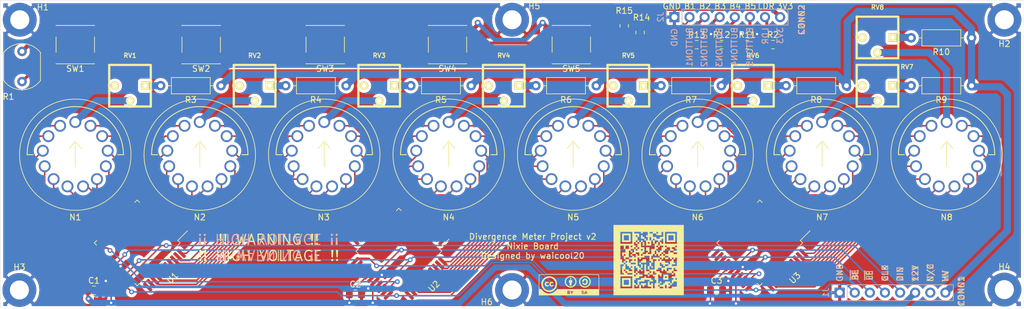
<source format=kicad_pcb>
(kicad_pcb (version 20171130) (host pcbnew 5.1.7)
  (layers (0 F.Cu signal) (31 B.Cu signal) (34 B.Paste user) (35 F.Paste user) (36 B.SilkS user) (37 F.SilkS user) (38 B.Mask user) (39 F.Mask user) (44 Edge.Cuts user))
  (net 0 "")
  (net 1 BUTTON1)
  (net 2 GND)
  (net 3 BUTTON2)
  (net 4 BUTTON3)
  (net 5 BUTTON4)
  (net 6 BUTTON5)
  (net 7 +12V)
  (net 8 +HV)
  (net 9 "Net-(J1-Pad7)")
  (net 10 "Net-(J1-Pad5)")
  (net 11 "Net-(J1-Pad4)")
  (net 12 "Net-(J1-Pad3)")
  (net 13 "Net-(J1-Pad2)")
  (net 14 "Net-(J2-Pad7)")
  (net 15 "Net-(N1-Pad13)")
  (net 16 "Net-(N1-Pad12)")
  (net 17 "Net-(N1-Pad11)")
  (net 18 "Net-(N1-Pad10)")
  (net 19 "Net-(N1-Pad9)")
  (net 20 "Net-(N1-Pad8)")
  (net 21 "Net-(N1-Pad7)")
  (net 22 "Net-(N1-Pad6)")
  (net 23 "Net-(N1-Pad5)")
  (net 24 "Net-(N1-Pad4)")
  (net 25 "Net-(N1-Pad3)")
  (net 26 "Net-(N1-Pad2)")
  (net 27 "Net-(N1-Pad1)")
  (net 28 "Net-(N2-Pad13)")
  (net 29 "Net-(N2-Pad12)")
  (net 30 "Net-(N2-Pad11)")
  (net 31 "Net-(N2-Pad10)")
  (net 32 "Net-(N2-Pad9)")
  (net 33 "Net-(N2-Pad8)")
  (net 34 "Net-(N2-Pad7)")
  (net 35 "Net-(N2-Pad6)")
  (net 36 "Net-(N2-Pad5)")
  (net 37 "Net-(N2-Pad4)")
  (net 38 "Net-(N2-Pad3)")
  (net 39 "Net-(N2-Pad2)")
  (net 40 "Net-(N2-Pad1)")
  (net 41 "Net-(N3-Pad13)")
  (net 42 "Net-(N3-Pad12)")
  (net 43 "Net-(N3-Pad11)")
  (net 44 "Net-(N3-Pad10)")
  (net 45 "Net-(N3-Pad9)")
  (net 46 "Net-(N3-Pad8)")
  (net 47 "Net-(N3-Pad7)")
  (net 48 "Net-(N3-Pad6)")
  (net 49 "Net-(N3-Pad5)")
  (net 50 "Net-(N3-Pad4)")
  (net 51 "Net-(N3-Pad3)")
  (net 52 "Net-(N3-Pad2)")
  (net 53 "Net-(N3-Pad1)")
  (net 54 "Net-(N4-Pad13)")
  (net 55 "Net-(N4-Pad12)")
  (net 56 "Net-(N4-Pad11)")
  (net 57 "Net-(N4-Pad10)")
  (net 58 "Net-(N4-Pad9)")
  (net 59 "Net-(N4-Pad8)")
  (net 60 "Net-(N4-Pad7)")
  (net 61 "Net-(N4-Pad6)")
  (net 62 "Net-(N4-Pad5)")
  (net 63 "Net-(N4-Pad4)")
  (net 64 "Net-(N4-Pad3)")
  (net 65 "Net-(N4-Pad2)")
  (net 66 "Net-(N4-Pad1)")
  (net 67 "Net-(N5-Pad13)")
  (net 68 "Net-(N5-Pad12)")
  (net 69 "Net-(N5-Pad11)")
  (net 70 "Net-(N5-Pad10)")
  (net 71 "Net-(N5-Pad9)")
  (net 72 "Net-(N5-Pad8)")
  (net 73 "Net-(N5-Pad7)")
  (net 74 "Net-(N5-Pad6)")
  (net 75 "Net-(N5-Pad5)")
  (net 76 "Net-(N5-Pad4)")
  (net 77 "Net-(N5-Pad3)")
  (net 78 "Net-(N5-Pad2)")
  (net 79 "Net-(N5-Pad1)")
  (net 80 "Net-(N6-Pad13)")
  (net 81 "Net-(N6-Pad12)")
  (net 82 "Net-(N6-Pad11)")
  (net 83 "Net-(N6-Pad10)")
  (net 84 "Net-(N6-Pad9)")
  (net 85 "Net-(N6-Pad8)")
  (net 86 "Net-(N6-Pad7)")
  (net 87 "Net-(N6-Pad6)")
  (net 88 "Net-(N6-Pad5)")
  (net 89 "Net-(N6-Pad4)")
  (net 90 "Net-(N6-Pad3)")
  (net 91 "Net-(N6-Pad2)")
  (net 92 "Net-(N6-Pad1)")
  (net 93 "Net-(N7-Pad13)")
  (net 94 "Net-(N7-Pad12)")
  (net 95 "Net-(N7-Pad11)")
  (net 96 "Net-(N7-Pad10)")
  (net 97 "Net-(N7-Pad9)")
  (net 98 "Net-(N7-Pad8)")
  (net 99 "Net-(N7-Pad7)")
  (net 100 "Net-(N7-Pad6)")
  (net 101 "Net-(N7-Pad5)")
  (net 102 "Net-(N7-Pad4)")
  (net 103 "Net-(N7-Pad3)")
  (net 104 "Net-(N7-Pad2)")
  (net 105 "Net-(N7-Pad1)")
  (net 106 "Net-(N8-Pad13)")
  (net 107 "Net-(N8-Pad12)")
  (net 108 "Net-(N8-Pad11)")
  (net 109 "Net-(N8-Pad10)")
  (net 110 "Net-(N8-Pad9)")
  (net 111 "Net-(N8-Pad8)")
  (net 112 "Net-(N8-Pad7)")
  (net 113 "Net-(N8-Pad6)")
  (net 114 "Net-(N8-Pad5)")
  (net 115 "Net-(N8-Pad4)")
  (net 116 "Net-(N8-Pad3)")
  (net 117 "Net-(N8-Pad2)")
  (net 118 "Net-(N8-Pad1)")
  (net 119 "Net-(U1-Pad34)")
  (net 120 "Net-(U1-Pad26)")
  (net 121 "Net-(U1-Pad25)")
  (net 122 "Net-(U1-Pad24)")
  (net 123 "Net-(U1-Pad23)")
  (net 124 "Net-(U2-Pad34)")
  (net 125 "Net-(U2-Pad26)")
  (net 126 "Net-(U2-Pad25)")
  (net 127 "Net-(U2-Pad24)")
  (net 128 "Net-(U2-Pad23)")
  (net 129 "Net-(U3-Pad34)")
  (net 130 "Net-(U3-Pad26)")
  (net 131 "Net-(U3-Pad25)")
  (net 132 "Net-(U3-Pad24)")
  (net 133 "Net-(U3-Pad23)")
  (net 134 +3V0)
  (net 135 "Net-(R3-Pad2)")
  (net 136 "Net-(R4-Pad2)")
  (net 137 "Net-(R5-Pad2)")
  (net 138 "Net-(R6-Pad2)")
  (net 139 "Net-(R7-Pad2)")
  (net 140 "Net-(R8-Pad2)")
  (net 141 "Net-(R9-Pad2)")
  (net 142 "Net-(R10-Pad2)")
  (net 143 "Net-(RV1-Pad3)")
  (net 144 "Net-(RV2-Pad3)")
  (net 145 "Net-(RV3-Pad3)")
  (net 146 "Net-(RV4-Pad3)")
  (net 147 "Net-(RV5-Pad3)")
  (net 148 "Net-(RV6-Pad3)")
  (net 149 "Net-(RV7-Pad3)")
  (net 150 "Net-(RV8-Pad3)")
  (module Graphics:BY-SA (layer F.Cu) (at 153.5176 117.5512)
    (fp_text reference G*** hide)
    (fp_text value LOGO hide)
  )
  (module Graphics:GitHub-Link-QR (layer F.Cu) (at 166.9288 113.3856)
    (fp_text reference G*** hide)
    (fp_text value LOGO hide)
  )
  (module Package_QFP:MQFP-44_10x10mm_P0.8mm (layer F.Cu) (at 185.6105 110.49 225)
    (fp_text reference U3 (at 0 -8.38 45) (layer F.SilkS))
    (fp_text value HV5622-PG)
    (pad 44 smd roundrect (at -4 -6.4875 225) (size 0.55 1.875) (layers F.Cu F.Paste F.Mask) (net 115 "Net-(N8-Pad4)"))
    (pad 43 smd roundrect (at -3.2 -6.4875 225) (size 0.55 1.875) (layers F.Cu F.Paste F.Mask) (net 114 "Net-(N8-Pad5)"))
    (pad 42 smd roundrect (at -2.4 -6.4875 225) (size 0.55 1.875) (layers F.Cu F.Paste F.Mask) (net 113 "Net-(N8-Pad6)"))
    (pad 41 smd roundrect (at -1.6 -6.4875 225) (size 0.55 1.875) (layers F.Cu F.Paste F.Mask) (net 112 "Net-(N8-Pad7)"))
    (pad 40 smd roundrect (at -0.8 -6.4875 225) (size 0.55 1.875) (layers F.Cu F.Paste F.Mask) (net 111 "Net-(N8-Pad8)"))
    (pad 39 smd roundrect (at 0 -6.4875 225) (size 0.55 1.875) (layers F.Cu F.Paste F.Mask) (net 110 "Net-(N8-Pad9)"))
    (pad 38 smd roundrect (at 0.8 -6.4875 225) (size 0.55 1.875) (layers F.Cu F.Paste F.Mask) (net 109 "Net-(N8-Pad10)"))
    (pad 37 smd roundrect (at 1.6 -6.4875 225) (size 0.55 1.875) (layers F.Cu F.Paste F.Mask) (net 108 "Net-(N8-Pad11)"))
    (pad 36 smd roundrect (at 2.4 -6.4875 225) (size 0.55 1.875) (layers F.Cu F.Paste F.Mask) (net 107 "Net-(N8-Pad12)"))
    (pad 35 smd roundrect (at 3.2 -6.4875 225) (size 0.55 1.875) (layers F.Cu F.Paste F.Mask) (net 106 "Net-(N8-Pad13)"))
    (pad 34 smd roundrect (at 4 -6.4875 225) (size 0.55 1.875) (layers F.Cu F.Paste F.Mask) (net 129 "Net-(U3-Pad34)"))
    (pad 33 smd roundrect (at 6.4875 -4 225) (size 1.875 0.55) (layers F.Cu F.Paste F.Mask) (net 13 "Net-(J1-Pad2)"))
    (pad 32 smd roundrect (at 6.4875 -3.2 225) (size 1.875 0.55) (layers F.Cu F.Paste F.Mask) (net 128 "Net-(U2-Pad23)"))
    (pad 31 smd roundrect (at 6.4875 -2.4 225) (size 1.875 0.55) (layers F.Cu F.Paste F.Mask) (net 12 "Net-(J1-Pad3)"))
    (pad 30 smd roundrect (at 6.4875 -1.6 225) (size 1.875 0.55) (layers F.Cu F.Paste F.Mask) (net 7 +12V))
    (pad 29 smd roundrect (at 6.4875 -0.8 225) (size 1.875 0.55) (layers F.Cu F.Paste F.Mask) (net 2 GND))
    (pad 28 smd roundrect (at 6.4875 0 225) (size 1.875 0.55) (layers F.Cu F.Paste F.Mask) (net 11 "Net-(J1-Pad4)"))
    (pad 27 smd roundrect (at 6.4875 0.8 225) (size 1.875 0.55) (layers F.Cu F.Paste F.Mask) (net 7 +12V))
    (pad 26 smd roundrect (at 6.4875 1.6 225) (size 1.875 0.55) (layers F.Cu F.Paste F.Mask) (net 130 "Net-(U3-Pad26)"))
    (pad 25 smd roundrect (at 6.4875 2.4 225) (size 1.875 0.55) (layers F.Cu F.Paste F.Mask) (net 131 "Net-(U3-Pad25)"))
    (pad 24 smd roundrect (at 6.4875 3.2 225) (size 1.875 0.55) (layers F.Cu F.Paste F.Mask) (net 132 "Net-(U3-Pad24)"))
    (pad 23 smd roundrect (at 6.4875 4 225) (size 1.875 0.55) (layers F.Cu F.Paste F.Mask) (net 133 "Net-(U3-Pad23)"))
    (pad 22 smd roundrect (at 4 6.4875 225) (size 0.55 1.875) (layers F.Cu F.Paste F.Mask) (net 87 "Net-(N6-Pad6)"))
    (pad 21 smd roundrect (at 3.2 6.4875 225) (size 0.55 1.875) (layers F.Cu F.Paste F.Mask) (net 86 "Net-(N6-Pad7)"))
    (pad 20 smd roundrect (at 2.4 6.4875 225) (size 0.55 1.875) (layers F.Cu F.Paste F.Mask) (net 85 "Net-(N6-Pad8)"))
    (pad 19 smd roundrect (at 1.6 6.4875 225) (size 0.55 1.875) (layers F.Cu F.Paste F.Mask) (net 84 "Net-(N6-Pad9)"))
    (pad 18 smd roundrect (at 0.8 6.4875 225) (size 0.55 1.875) (layers F.Cu F.Paste F.Mask) (net 83 "Net-(N6-Pad10)"))
    (pad 17 smd roundrect (at 0 6.4875 225) (size 0.55 1.875) (layers F.Cu F.Paste F.Mask) (net 82 "Net-(N6-Pad11)"))
    (pad 16 smd roundrect (at -0.8 6.4875 225) (size 0.55 1.875) (layers F.Cu F.Paste F.Mask) (net 81 "Net-(N6-Pad12)"))
    (pad 15 smd roundrect (at -1.6 6.4875 225) (size 0.55 1.875) (layers F.Cu F.Paste F.Mask) (net 80 "Net-(N6-Pad13)"))
    (pad 14 smd roundrect (at -2.4 6.4875 225) (size 0.55 1.875) (layers F.Cu F.Paste F.Mask) (net 104 "Net-(N7-Pad2)"))
    (pad 13 smd roundrect (at -3.2 6.4875 225) (size 0.55 1.875) (layers F.Cu F.Paste F.Mask) (net 103 "Net-(N7-Pad3)"))
    (pad 12 smd roundrect (at -4 6.4875 225) (size 0.55 1.875) (layers F.Cu F.Paste F.Mask) (net 102 "Net-(N7-Pad4)"))
    (pad 11 smd roundrect (at -6.4875 4 225) (size 1.875 0.55) (layers F.Cu F.Paste F.Mask) (net 101 "Net-(N7-Pad5)"))
    (pad 10 smd roundrect (at -6.4875 3.2 225) (size 1.875 0.55) (layers F.Cu F.Paste F.Mask) (net 100 "Net-(N7-Pad6)"))
    (pad 9 smd roundrect (at -6.4875 2.4 225) (size 1.875 0.55) (layers F.Cu F.Paste F.Mask) (net 99 "Net-(N7-Pad7)"))
    (pad 8 smd roundrect (at -6.4875 1.6 225) (size 1.875 0.55) (layers F.Cu F.Paste F.Mask) (net 98 "Net-(N7-Pad8)"))
    (pad 7 smd roundrect (at -6.4875 0.8 225) (size 1.875 0.55) (layers F.Cu F.Paste F.Mask) (net 97 "Net-(N7-Pad9)"))
    (pad 6 smd roundrect (at -6.4875 0 225) (size 1.875 0.55) (layers F.Cu F.Paste F.Mask) (net 96 "Net-(N7-Pad10)"))
    (pad 5 smd roundrect (at -6.4875 -0.8 225) (size 1.875 0.55) (layers F.Cu F.Paste F.Mask) (net 95 "Net-(N7-Pad11)"))
    (pad 4 smd roundrect (at -6.4875 -1.6 225) (size 1.875 0.55) (layers F.Cu F.Paste F.Mask) (net 94 "Net-(N7-Pad12)"))
    (pad 3 smd roundrect (at -6.4875 -2.4 225) (size 1.875 0.55) (layers F.Cu F.Paste F.Mask) (net 93 "Net-(N7-Pad13)"))
    (pad 2 smd roundrect (at -6.4875 -3.2 225) (size 1.875 0.55) (layers F.Cu F.Paste F.Mask) (net 117 "Net-(N8-Pad2)"))
    (pad 1 smd roundrect (at -6.4875 -4 225) (size 1.875 0.55) (layers F.Cu F.Paste F.Mask) (net 116 "Net-(N8-Pad3)"))
  )
  (module Package_QFP:MQFP-44_10x10mm_P0.8mm (layer F.Cu) (at 124.9045 111.887 225)
    (fp_text reference U2 (at 0 -8.38 45) (layer F.SilkS))
    (fp_text value HV5622-PG)
    (pad 44 smd roundrect (at -4 -6.4875 225) (size 0.55 1.875) (layers F.Cu F.Paste F.Mask) (net 72 "Net-(N5-Pad8)"))
    (pad 43 smd roundrect (at -3.2 -6.4875 225) (size 0.55 1.875) (layers F.Cu F.Paste F.Mask) (net 71 "Net-(N5-Pad9)"))
    (pad 42 smd roundrect (at -2.4 -6.4875 225) (size 0.55 1.875) (layers F.Cu F.Paste F.Mask) (net 70 "Net-(N5-Pad10)"))
    (pad 41 smd roundrect (at -1.6 -6.4875 225) (size 0.55 1.875) (layers F.Cu F.Paste F.Mask) (net 69 "Net-(N5-Pad11)"))
    (pad 40 smd roundrect (at -0.8 -6.4875 225) (size 0.55 1.875) (layers F.Cu F.Paste F.Mask) (net 68 "Net-(N5-Pad12)"))
    (pad 39 smd roundrect (at 0 -6.4875 225) (size 0.55 1.875) (layers F.Cu F.Paste F.Mask) (net 67 "Net-(N5-Pad13)"))
    (pad 38 smd roundrect (at 0.8 -6.4875 225) (size 0.55 1.875) (layers F.Cu F.Paste F.Mask) (net 91 "Net-(N6-Pad2)"))
    (pad 37 smd roundrect (at 1.6 -6.4875 225) (size 0.55 1.875) (layers F.Cu F.Paste F.Mask) (net 90 "Net-(N6-Pad3)"))
    (pad 36 smd roundrect (at 2.4 -6.4875 225) (size 0.55 1.875) (layers F.Cu F.Paste F.Mask) (net 89 "Net-(N6-Pad4)"))
    (pad 35 smd roundrect (at 3.2 -6.4875 225) (size 0.55 1.875) (layers F.Cu F.Paste F.Mask) (net 88 "Net-(N6-Pad5)"))
    (pad 34 smd roundrect (at 4 -6.4875 225) (size 0.55 1.875) (layers F.Cu F.Paste F.Mask) (net 124 "Net-(U2-Pad34)"))
    (pad 33 smd roundrect (at 6.4875 -4 225) (size 1.875 0.55) (layers F.Cu F.Paste F.Mask) (net 13 "Net-(J1-Pad2)"))
    (pad 32 smd roundrect (at 6.4875 -3.2 225) (size 1.875 0.55) (layers F.Cu F.Paste F.Mask) (net 123 "Net-(U1-Pad23)"))
    (pad 31 smd roundrect (at 6.4875 -2.4 225) (size 1.875 0.55) (layers F.Cu F.Paste F.Mask) (net 12 "Net-(J1-Pad3)"))
    (pad 30 smd roundrect (at 6.4875 -1.6 225) (size 1.875 0.55) (layers F.Cu F.Paste F.Mask) (net 7 +12V))
    (pad 29 smd roundrect (at 6.4875 -0.8 225) (size 1.875 0.55) (layers F.Cu F.Paste F.Mask) (net 2 GND))
    (pad 28 smd roundrect (at 6.4875 0 225) (size 1.875 0.55) (layers F.Cu F.Paste F.Mask) (net 11 "Net-(J1-Pad4)"))
    (pad 27 smd roundrect (at 6.4875 0.8 225) (size 1.875 0.55) (layers F.Cu F.Paste F.Mask) (net 7 +12V))
    (pad 26 smd roundrect (at 6.4875 1.6 225) (size 1.875 0.55) (layers F.Cu F.Paste F.Mask) (net 125 "Net-(U2-Pad26)"))
    (pad 25 smd roundrect (at 6.4875 2.4 225) (size 1.875 0.55) (layers F.Cu F.Paste F.Mask) (net 126 "Net-(U2-Pad25)"))
    (pad 24 smd roundrect (at 6.4875 3.2 225) (size 1.875 0.55) (layers F.Cu F.Paste F.Mask) (net 127 "Net-(U2-Pad24)"))
    (pad 23 smd roundrect (at 6.4875 4 225) (size 1.875 0.55) (layers F.Cu F.Paste F.Mask) (net 128 "Net-(U2-Pad23)"))
    (pad 22 smd roundrect (at 4 6.4875 225) (size 0.55 1.875) (layers F.Cu F.Paste F.Mask) (net 44 "Net-(N3-Pad10)"))
    (pad 21 smd roundrect (at 3.2 6.4875 225) (size 0.55 1.875) (layers F.Cu F.Paste F.Mask) (net 43 "Net-(N3-Pad11)"))
    (pad 20 smd roundrect (at 2.4 6.4875 225) (size 0.55 1.875) (layers F.Cu F.Paste F.Mask) (net 42 "Net-(N3-Pad12)"))
    (pad 19 smd roundrect (at 1.6 6.4875 225) (size 0.55 1.875) (layers F.Cu F.Paste F.Mask) (net 41 "Net-(N3-Pad13)"))
    (pad 18 smd roundrect (at 0.8 6.4875 225) (size 0.55 1.875) (layers F.Cu F.Paste F.Mask) (net 65 "Net-(N4-Pad2)"))
    (pad 17 smd roundrect (at 0 6.4875 225) (size 0.55 1.875) (layers F.Cu F.Paste F.Mask) (net 64 "Net-(N4-Pad3)"))
    (pad 16 smd roundrect (at -0.8 6.4875 225) (size 0.55 1.875) (layers F.Cu F.Paste F.Mask) (net 63 "Net-(N4-Pad4)"))
    (pad 15 smd roundrect (at -1.6 6.4875 225) (size 0.55 1.875) (layers F.Cu F.Paste F.Mask) (net 62 "Net-(N4-Pad5)"))
    (pad 14 smd roundrect (at -2.4 6.4875 225) (size 0.55 1.875) (layers F.Cu F.Paste F.Mask) (net 61 "Net-(N4-Pad6)"))
    (pad 13 smd roundrect (at -3.2 6.4875 225) (size 0.55 1.875) (layers F.Cu F.Paste F.Mask) (net 60 "Net-(N4-Pad7)"))
    (pad 12 smd roundrect (at -4 6.4875 225) (size 0.55 1.875) (layers F.Cu F.Paste F.Mask) (net 59 "Net-(N4-Pad8)"))
    (pad 11 smd roundrect (at -6.4875 4 225) (size 1.875 0.55) (layers F.Cu F.Paste F.Mask) (net 58 "Net-(N4-Pad9)"))
    (pad 10 smd roundrect (at -6.4875 3.2 225) (size 1.875 0.55) (layers F.Cu F.Paste F.Mask) (net 57 "Net-(N4-Pad10)"))
    (pad 9 smd roundrect (at -6.4875 2.4 225) (size 1.875 0.55) (layers F.Cu F.Paste F.Mask) (net 56 "Net-(N4-Pad11)"))
    (pad 8 smd roundrect (at -6.4875 1.6 225) (size 1.875 0.55) (layers F.Cu F.Paste F.Mask) (net 55 "Net-(N4-Pad12)"))
    (pad 7 smd roundrect (at -6.4875 0.8 225) (size 1.875 0.55) (layers F.Cu F.Paste F.Mask) (net 54 "Net-(N4-Pad13)"))
    (pad 6 smd roundrect (at -6.4875 0 225) (size 1.875 0.55) (layers F.Cu F.Paste F.Mask) (net 78 "Net-(N5-Pad2)"))
    (pad 5 smd roundrect (at -6.4875 -0.8 225) (size 1.875 0.55) (layers F.Cu F.Paste F.Mask) (net 77 "Net-(N5-Pad3)"))
    (pad 4 smd roundrect (at -6.4875 -1.6 225) (size 1.875 0.55) (layers F.Cu F.Paste F.Mask) (net 76 "Net-(N5-Pad4)"))
    (pad 3 smd roundrect (at -6.4875 -2.4 225) (size 1.875 0.55) (layers F.Cu F.Paste F.Mask) (net 75 "Net-(N5-Pad5)"))
    (pad 2 smd roundrect (at -6.4875 -3.2 225) (size 1.875 0.55) (layers F.Cu F.Paste F.Mask) (net 74 "Net-(N5-Pad6)"))
    (pad 1 smd roundrect (at -6.4875 -4 225) (size 1.875 0.55) (layers F.Cu F.Paste F.Mask) (net 73 "Net-(N5-Pad7)"))
  )
  (module Package_QFP:MQFP-44_10x10mm_P0.8mm (layer F.Cu) (at 80.899 110.49 225)
    (fp_text reference U1 (at 0 -8.38 45) (layer F.SilkS))
    (fp_text value HV5622-PG)
    (pad 44 smd roundrect (at -4 -6.4875 225) (size 0.55 1.875) (layers F.Cu F.Paste F.Mask) (net 29 "Net-(N2-Pad12)"))
    (pad 43 smd roundrect (at -3.2 -6.4875 225) (size 0.55 1.875) (layers F.Cu F.Paste F.Mask) (net 28 "Net-(N2-Pad13)"))
    (pad 42 smd roundrect (at -2.4 -6.4875 225) (size 0.55 1.875) (layers F.Cu F.Paste F.Mask) (net 52 "Net-(N3-Pad2)"))
    (pad 41 smd roundrect (at -1.6 -6.4875 225) (size 0.55 1.875) (layers F.Cu F.Paste F.Mask) (net 51 "Net-(N3-Pad3)"))
    (pad 40 smd roundrect (at -0.8 -6.4875 225) (size 0.55 1.875) (layers F.Cu F.Paste F.Mask) (net 50 "Net-(N3-Pad4)"))
    (pad 39 smd roundrect (at 0 -6.4875 225) (size 0.55 1.875) (layers F.Cu F.Paste F.Mask) (net 49 "Net-(N3-Pad5)"))
    (pad 38 smd roundrect (at 0.8 -6.4875 225) (size 0.55 1.875) (layers F.Cu F.Paste F.Mask) (net 48 "Net-(N3-Pad6)"))
    (pad 37 smd roundrect (at 1.6 -6.4875 225) (size 0.55 1.875) (layers F.Cu F.Paste F.Mask) (net 47 "Net-(N3-Pad7)"))
    (pad 36 smd roundrect (at 2.4 -6.4875 225) (size 0.55 1.875) (layers F.Cu F.Paste F.Mask) (net 46 "Net-(N3-Pad8)"))
    (pad 35 smd roundrect (at 3.2 -6.4875 225) (size 0.55 1.875) (layers F.Cu F.Paste F.Mask) (net 45 "Net-(N3-Pad9)"))
    (pad 34 smd roundrect (at 4 -6.4875 225) (size 0.55 1.875) (layers F.Cu F.Paste F.Mask) (net 119 "Net-(U1-Pad34)"))
    (pad 33 smd roundrect (at 6.4875 -4 225) (size 1.875 0.55) (layers F.Cu F.Paste F.Mask) (net 13 "Net-(J1-Pad2)"))
    (pad 32 smd roundrect (at 6.4875 -3.2 225) (size 1.875 0.55) (layers F.Cu F.Paste F.Mask) (net 10 "Net-(J1-Pad5)"))
    (pad 31 smd roundrect (at 6.4875 -2.4 225) (size 1.875 0.55) (layers F.Cu F.Paste F.Mask) (net 12 "Net-(J1-Pad3)"))
    (pad 30 smd roundrect (at 6.4875 -1.6 225) (size 1.875 0.55) (layers F.Cu F.Paste F.Mask) (net 7 +12V))
    (pad 29 smd roundrect (at 6.4875 -0.8 225) (size 1.875 0.55) (layers F.Cu F.Paste F.Mask) (net 2 GND))
    (pad 28 smd roundrect (at 6.4875 0 225) (size 1.875 0.55) (layers F.Cu F.Paste F.Mask) (net 11 "Net-(J1-Pad4)"))
    (pad 27 smd roundrect (at 6.4875 0.8 225) (size 1.875 0.55) (layers F.Cu F.Paste F.Mask) (net 7 +12V))
    (pad 26 smd roundrect (at 6.4875 1.6 225) (size 1.875 0.55) (layers F.Cu F.Paste F.Mask) (net 120 "Net-(U1-Pad26)"))
    (pad 25 smd roundrect (at 6.4875 2.4 225) (size 1.875 0.55) (layers F.Cu F.Paste F.Mask) (net 121 "Net-(U1-Pad25)"))
    (pad 24 smd roundrect (at 6.4875 3.2 225) (size 1.875 0.55) (layers F.Cu F.Paste F.Mask) (net 122 "Net-(U1-Pad24)"))
    (pad 23 smd roundrect (at 6.4875 4 225) (size 1.875 0.55) (layers F.Cu F.Paste F.Mask) (net 123 "Net-(U1-Pad23)"))
    (pad 22 smd roundrect (at 4 6.4875 225) (size 0.55 1.875) (layers F.Cu F.Paste F.Mask) (net 26 "Net-(N1-Pad2)"))
    (pad 21 smd roundrect (at 3.2 6.4875 225) (size 0.55 1.875) (layers F.Cu F.Paste F.Mask) (net 25 "Net-(N1-Pad3)"))
    (pad 20 smd roundrect (at 2.4 6.4875 225) (size 0.55 1.875) (layers F.Cu F.Paste F.Mask) (net 24 "Net-(N1-Pad4)"))
    (pad 19 smd roundrect (at 1.6 6.4875 225) (size 0.55 1.875) (layers F.Cu F.Paste F.Mask) (net 23 "Net-(N1-Pad5)"))
    (pad 18 smd roundrect (at 0.8 6.4875 225) (size 0.55 1.875) (layers F.Cu F.Paste F.Mask) (net 22 "Net-(N1-Pad6)"))
    (pad 17 smd roundrect (at 0 6.4875 225) (size 0.55 1.875) (layers F.Cu F.Paste F.Mask) (net 21 "Net-(N1-Pad7)"))
    (pad 16 smd roundrect (at -0.8 6.4875 225) (size 0.55 1.875) (layers F.Cu F.Paste F.Mask) (net 20 "Net-(N1-Pad8)"))
    (pad 15 smd roundrect (at -1.6 6.4875 225) (size 0.55 1.875) (layers F.Cu F.Paste F.Mask) (net 19 "Net-(N1-Pad9)"))
    (pad 14 smd roundrect (at -2.4 6.4875 225) (size 0.55 1.875) (layers F.Cu F.Paste F.Mask) (net 18 "Net-(N1-Pad10)"))
    (pad 13 smd roundrect (at -3.2 6.4875 225) (size 0.55 1.875) (layers F.Cu F.Paste F.Mask) (net 17 "Net-(N1-Pad11)"))
    (pad 12 smd roundrect (at -4 6.4875 225) (size 0.55 1.875) (layers F.Cu F.Paste F.Mask) (net 16 "Net-(N1-Pad12)"))
    (pad 11 smd roundrect (at -6.4875 4 225) (size 1.875 0.55) (layers F.Cu F.Paste F.Mask) (net 15 "Net-(N1-Pad13)"))
    (pad 10 smd roundrect (at -6.4875 3.2 225) (size 1.875 0.55) (layers F.Cu F.Paste F.Mask) (net 39 "Net-(N2-Pad2)"))
    (pad 9 smd roundrect (at -6.4875 2.4 225) (size 1.875 0.55) (layers F.Cu F.Paste F.Mask) (net 38 "Net-(N2-Pad3)"))
    (pad 8 smd roundrect (at -6.4875 1.6 225) (size 1.875 0.55) (layers F.Cu F.Paste F.Mask) (net 37 "Net-(N2-Pad4)"))
    (pad 7 smd roundrect (at -6.4875 0.8 225) (size 1.875 0.55) (layers F.Cu F.Paste F.Mask) (net 36 "Net-(N2-Pad5)"))
    (pad 6 smd roundrect (at -6.4875 0 225) (size 1.875 0.55) (layers F.Cu F.Paste F.Mask) (net 35 "Net-(N2-Pad6)"))
    (pad 5 smd roundrect (at -6.4875 -0.8 225) (size 1.875 0.55) (layers F.Cu F.Paste F.Mask) (net 34 "Net-(N2-Pad7)"))
    (pad 4 smd roundrect (at -6.4875 -1.6 225) (size 1.875 0.55) (layers F.Cu F.Paste F.Mask) (net 33 "Net-(N2-Pad8)"))
    (pad 3 smd roundrect (at -6.4875 -2.4 225) (size 1.875 0.55) (layers F.Cu F.Paste F.Mask) (net 32 "Net-(N2-Pad9)"))
    (pad 2 smd roundrect (at -6.4875 -3.2 225) (size 1.875 0.55) (layers F.Cu F.Paste F.Mask) (net 31 "Net-(N2-Pad10)"))
    (pad 1 smd roundrect (at -6.4875 -4 225) (size 1.875 0.55) (layers F.Cu F.Paste F.Mask) (net 30 "Net-(N2-Pad11)"))
  )
  (module "waicool20 - Other:3362P" (layer F.Cu) (at 79.6925 84.0105 180)
    (fp_text reference RV1 (at 0 5.08) (layer F.SilkS) (effects (font (size 0.762 0.762) (thickness 0.1524))))
    (fp_text value 50k hide)
    (pad 2 thru_hole circle (at 0 -2.54 180) (size 1.4 1.4) (drill 0.7) (layers *.Cu *.Mask F.SilkS) (net 27 "Net-(N1-Pad1)"))
    (pad 3 thru_hole circle (at 2.54 0 180) (size 1.4 1.4) (drill 0.7) (layers *.Cu *.Mask F.SilkS) (net 143 "Net-(RV1-Pad3)"))
    (pad 1 thru_hole rect (at -2.54 0 180) (size 1.4 1.4) (drill 0.7) (layers *.Cu *.Mask F.SilkS) (net 135 "Net-(R3-Pad2)"))
  )
  (module "waicool20 - Other:3362P" (layer F.Cu) (at 205.4225 75.8825 180)
    (fp_text reference RV8 (at 0 5.08) (layer F.SilkS) (effects (font (size 0.762 0.762) (thickness 0.1524))))
    (fp_text value 50k hide)
    (pad 2 thru_hole circle (at 0 -2.54 180) (size 1.4 1.4) (drill 0.7) (layers *.Cu *.Mask F.SilkS) (net 118 "Net-(N8-Pad1)"))
    (pad 3 thru_hole circle (at 2.54 0 180) (size 1.4 1.4) (drill 0.7) (layers *.Cu *.Mask F.SilkS) (net 150 "Net-(RV8-Pad3)"))
    (pad 1 thru_hole rect (at -2.54 0 180) (size 1.4 1.4) (drill 0.7) (layers *.Cu *.Mask F.SilkS) (net 142 "Net-(R10-Pad2)"))
  )
  (module "waicool20 - Other:3362P" (layer F.Cu) (at 205.4225 84.0105 180)
    (fp_text reference RV7 (at -4.953 3.175) (layer F.SilkS) (effects (font (size 0.762 0.762) (thickness 0.1524))))
    (fp_text value 50k hide)
    (pad 2 thru_hole circle (at 0 -2.54 180) (size 1.4 1.4) (drill 0.7) (layers *.Cu *.Mask F.SilkS) (net 105 "Net-(N7-Pad1)"))
    (pad 3 thru_hole circle (at 2.54 0 180) (size 1.4 1.4) (drill 0.7) (layers *.Cu *.Mask F.SilkS) (net 149 "Net-(RV7-Pad3)"))
    (pad 1 thru_hole rect (at -2.54 0 180) (size 1.4 1.4) (drill 0.7) (layers *.Cu *.Mask F.SilkS) (net 141 "Net-(R9-Pad2)"))
  )
  (module "waicool20 - Other:3362P" (layer F.Cu) (at 184.4675 84.0105 180)
    (fp_text reference RV6 (at 0 5.08) (layer F.SilkS) (effects (font (size 0.762 0.762) (thickness 0.1524))))
    (fp_text value 50k hide)
    (pad 2 thru_hole circle (at 0 -2.54 180) (size 1.4 1.4) (drill 0.7) (layers *.Cu *.Mask F.SilkS) (net 92 "Net-(N6-Pad1)"))
    (pad 3 thru_hole circle (at 2.54 0 180) (size 1.4 1.4) (drill 0.7) (layers *.Cu *.Mask F.SilkS) (net 148 "Net-(RV6-Pad3)"))
    (pad 1 thru_hole rect (at -2.54 0 180) (size 1.4 1.4) (drill 0.7) (layers *.Cu *.Mask F.SilkS) (net 140 "Net-(R8-Pad2)"))
  )
  (module "waicool20 - Other:3362P" (layer F.Cu) (at 163.5125 84.0105 180)
    (fp_text reference RV5 (at 0 5.08) (layer F.SilkS) (effects (font (size 0.762 0.762) (thickness 0.1524))))
    (fp_text value 50k hide)
    (pad 2 thru_hole circle (at 0 -2.54 180) (size 1.4 1.4) (drill 0.7) (layers *.Cu *.Mask F.SilkS) (net 79 "Net-(N5-Pad1)"))
    (pad 3 thru_hole circle (at 2.54 0 180) (size 1.4 1.4) (drill 0.7) (layers *.Cu *.Mask F.SilkS) (net 147 "Net-(RV5-Pad3)"))
    (pad 1 thru_hole rect (at -2.54 0 180) (size 1.4 1.4) (drill 0.7) (layers *.Cu *.Mask F.SilkS) (net 139 "Net-(R7-Pad2)"))
  )
  (module "waicool20 - Other:3362P" (layer F.Cu) (at 142.5575 84.0105 180)
    (fp_text reference RV4 (at 0 5.08) (layer F.SilkS) (effects (font (size 0.762 0.762) (thickness 0.1524))))
    (fp_text value 50k hide)
    (pad 2 thru_hole circle (at 0 -2.54 180) (size 1.4 1.4) (drill 0.7) (layers *.Cu *.Mask F.SilkS) (net 66 "Net-(N4-Pad1)"))
    (pad 3 thru_hole circle (at 2.54 0 180) (size 1.4 1.4) (drill 0.7) (layers *.Cu *.Mask F.SilkS) (net 146 "Net-(RV4-Pad3)"))
    (pad 1 thru_hole rect (at -2.54 0 180) (size 1.4 1.4) (drill 0.7) (layers *.Cu *.Mask F.SilkS) (net 138 "Net-(R6-Pad2)"))
  )
  (module "waicool20 - Other:3362P" (layer F.Cu) (at 121.6025 84.0105 180)
    (fp_text reference RV3 (at 0 5.08) (layer F.SilkS) (effects (font (size 0.762 0.762) (thickness 0.1524))))
    (fp_text value 50k hide)
    (pad 2 thru_hole circle (at 0 -2.54 180) (size 1.4 1.4) (drill 0.7) (layers *.Cu *.Mask F.SilkS) (net 53 "Net-(N3-Pad1)"))
    (pad 3 thru_hole circle (at 2.54 0 180) (size 1.4 1.4) (drill 0.7) (layers *.Cu *.Mask F.SilkS) (net 145 "Net-(RV3-Pad3)"))
    (pad 1 thru_hole rect (at -2.54 0 180) (size 1.4 1.4) (drill 0.7) (layers *.Cu *.Mask F.SilkS) (net 137 "Net-(R5-Pad2)"))
  )
  (module "waicool20 - Other:3362P" (layer F.Cu) (at 100.6475 84.0105 180)
    (fp_text reference RV2 (at 0 5.08) (layer F.SilkS) (effects (font (size 0.762 0.762) (thickness 0.1524))))
    (fp_text value 50k hide)
    (pad 2 thru_hole circle (at 0 -2.54 180) (size 1.4 1.4) (drill 0.7) (layers *.Cu *.Mask F.SilkS) (net 40 "Net-(N2-Pad1)"))
    (pad 3 thru_hole circle (at 2.54 0 180) (size 1.4 1.4) (drill 0.7) (layers *.Cu *.Mask F.SilkS) (net 144 "Net-(RV2-Pad3)"))
    (pad 1 thru_hole rect (at -2.54 0 180) (size 1.4 1.4) (drill 0.7) (layers *.Cu *.Mask F.SilkS) (net 136 "Net-(R4-Pad2)"))
  )
  (module Resistor_SMD:R_0805_2012Metric_Pad1.15x1.40mm_HandSolder (layer F.Cu) (at 162.814 73.914 90)
    (fp_text reference R15 (at 2.54 0 180) (layer F.SilkS))
    (fp_text value 10k)
    (pad 2 smd roundrect (at 1.025 0 90) (size 1.15 1.4) (layers F.Cu F.Paste F.Mask) (roundrect_rratio 0.2173904347826087) (net 2 GND))
    (pad 1 smd roundrect (at -1.025 0 90) (size 1.15 1.4) (layers F.Cu F.Paste F.Mask) (roundrect_rratio 0.2173904347826087) (net 1 BUTTON1))
  )
  (module Resistor_SMD:R_0805_2012Metric_Pad1.15x1.40mm_HandSolder (layer F.Cu) (at 165.481 75.057 90)
    (fp_text reference R14 (at 2.54 0.254 180) (layer F.SilkS))
    (fp_text value 10k)
    (pad 2 smd roundrect (at 1.025 0 90) (size 1.15 1.4) (layers F.Cu F.Paste F.Mask) (roundrect_rratio 0.2173904347826087) (net 2 GND))
    (pad 1 smd roundrect (at -1.025 0 90) (size 1.15 1.4) (layers F.Cu F.Paste F.Mask) (roundrect_rratio 0.2173904347826087) (net 3 BUTTON2))
  )
  (module Resistor_SMD:R_0805_2012Metric_Pad1.15x1.40mm_HandSolder (layer F.Cu) (at 175.015 77.089)
    (fp_text reference R13 (at 0 -1.65) (layer F.SilkS))
    (fp_text value 10k)
    (pad 2 smd roundrect (at 1.025 0) (size 1.15 1.4) (layers F.Cu F.Paste F.Mask) (roundrect_rratio 0.2173904347826087) (net 2 GND))
    (pad 1 smd roundrect (at -1.025 0) (size 1.15 1.4) (layers F.Cu F.Paste F.Mask) (roundrect_rratio 0.2173904347826087) (net 4 BUTTON3))
  )
  (module Resistor_SMD:R_0805_2012Metric_Pad1.15x1.40mm_HandSolder (layer F.Cu) (at 179.188 77.089)
    (fp_text reference R12 (at 0 -1.65) (layer F.SilkS))
    (fp_text value 10k)
    (pad 2 smd roundrect (at 1.025 0) (size 1.15 1.4) (layers F.Cu F.Paste F.Mask) (roundrect_rratio 0.2173904347826087) (net 2 GND))
    (pad 1 smd roundrect (at -1.025 0) (size 1.15 1.4) (layers F.Cu F.Paste F.Mask) (roundrect_rratio 0.2173904347826087) (net 5 BUTTON4))
  )
  (module Resistor_SMD:R_0805_2012Metric_Pad1.15x1.40mm_HandSolder (layer F.Cu) (at 183.515 77.089)
    (fp_text reference R11 (at 0 -1.65) (layer F.SilkS))
    (fp_text value 10k)
    (pad 2 smd roundrect (at 1.025 0) (size 1.15 1.4) (layers F.Cu F.Paste F.Mask) (roundrect_rratio 0.2173904347826087) (net 2 GND))
    (pad 1 smd roundrect (at -1.025 0) (size 1.15 1.4) (layers F.Cu F.Paste F.Mask) (roundrect_rratio 0.2173904347826087) (net 6 BUTTON5))
  )
  (module MountingHole:MountingHole_3.2mm_M3_ISO7380_Pad (layer F.Cu) (at 143.9545 118.4275)
    (fp_text reference H6 (at -4.2545 2.0193) (layer F.SilkS))
    (fp_text value MountingHole_Pad)
    (pad 1 thru_hole circle (at 0 0) (size 5.7 5.7) (drill 3.2) (layers *.Cu *.Mask) (net 2 GND))
  )
  (module MountingHole:MountingHole_3.2mm_M3_ISO7380_Pad (layer F.Cu) (at 143.9545 72.898)
    (fp_text reference H5 (at 3.7211 -2.286) (layer F.SilkS))
    (fp_text value MountingHole_Pad)
    (pad 1 thru_hole circle (at 0 0) (size 5.7 5.7) (drill 3.2) (layers *.Cu *.Mask) (net 2 GND))
  )
  (module MountingHole:MountingHole_3.2mm_M3_ISO7380_Pad (layer F.Cu) (at 226.7585 118.364)
    (fp_text reference H4 (at 0 -3.85) (layer F.SilkS))
    (fp_text value MountingHole_Pad)
    (pad 1 thru_hole circle (at 0 0) (size 5.7 5.7) (drill 3.2) (layers *.Cu *.Mask) (net 2 GND))
  )
  (module MountingHole:MountingHole_3.2mm_M3_ISO7380_Pad (layer F.Cu) (at 61.087 118.4275)
    (fp_text reference H3 (at 0 -3.85) (layer F.SilkS))
    (fp_text value MountingHole_Pad)
    (pad 1 thru_hole circle (at 0 0) (size 5.7 5.7) (drill 3.2) (layers *.Cu *.Mask) (net 2 GND))
  )
  (module MountingHole:MountingHole_3.2mm_M3_ISO7380_Pad (layer F.Cu) (at 226.7585 72.898)
    (fp_text reference H2 (at 0 4.064) (layer F.SilkS))
    (fp_text value MountingHole_Pad)
    (pad 1 thru_hole circle (at 0 0) (size 5.7 5.7) (drill 3.2) (layers *.Cu *.Mask) (net 2 GND))
  )
  (module MountingHole:MountingHole_3.2mm_M3_ISO7380_Pad (layer F.Cu) (at 61.1505 72.898)
    (fp_text reference H1 (at 3.8735 -2.0955) (layer F.SilkS))
    (fp_text value MountingHole_Pad)
    (pad 1 thru_hole circle (at 0 0) (size 5.7 5.7) (drill 3.2) (layers *.Cu *.Mask) (net 2 GND))
  )
  (module "waicool20 - Nixies:IN-14" (layer F.Cu) (at 70.485 95.631)
    (fp_text reference N1 (at 0 10.541) (layer F.SilkS))
    (fp_text value IN-14)
    (pad 13 thru_hole oval (at 2.555977 -4.870008) (size 2 2) (drill 1.4) (layers *.Cu *.Mask) (net 15 "Net-(N1-Pad13)"))
    (pad 12 thru_hole oval (at 4.526411 -3.124356) (size 2 2) (drill 1.4) (layers *.Cu *.Mask) (net 16 "Net-(N1-Pad12)"))
    (pad 11 thru_hole oval (at 5.459898 -0.662951) (size 2 2) (drill 1.4) (layers *.Cu *.Mask) (net 17 "Net-(N1-Pad11)"))
    (pad 10 thru_hole oval (at 5.142589 1.950326) (size 2 2) (drill 1.4) (layers *.Cu *.Mask) (net 18 "Net-(N1-Pad10)"))
    (pad 9 thru_hole oval (at 3.647174 4.116809) (size 2 2) (drill 1.4) (layers *.Cu *.Mask) (net 19 "Net-(N1-Pad9)"))
    (pad 8 thru_hole oval (at 1.316236 5.340179) (size 2 2) (drill 1.4) (layers *.Cu *.Mask) (net 20 "Net-(N1-Pad8)"))
    (pad 7 thru_hole oval (at -1.316236 5.340179) (size 2 2) (drill 1.4) (layers *.Cu *.Mask) (net 21 "Net-(N1-Pad7)"))
    (pad 6 thru_hole oval (at -3.647174 4.116809) (size 2 2) (drill 1.4) (layers *.Cu *.Mask) (net 22 "Net-(N1-Pad6)"))
    (pad 5 thru_hole oval (at -5.142589 1.950326) (size 2 2) (drill 1.4) (layers *.Cu *.Mask) (net 23 "Net-(N1-Pad5)"))
    (pad 4 thru_hole oval (at -5.459898 -0.662951) (size 2 2) (drill 1.4) (layers *.Cu *.Mask) (net 24 "Net-(N1-Pad4)"))
    (pad 3 thru_hole oval (at -4.526411 -3.124356) (size 2 2) (drill 1.4) (layers *.Cu *.Mask) (net 25 "Net-(N1-Pad3)"))
    (pad 2 thru_hole oval (at -2.555977 -4.870008) (size 2 2) (drill 1.4) (layers *.Cu *.Mask) (net 26 "Net-(N1-Pad2)"))
    (pad 1 thru_hole oval (at 0 -5.5) (size 2 2) (drill 1.4) (layers *.Cu *.Mask) (net 27 "Net-(N1-Pad1)"))
  )
  (module Button_Switch_SMD:SW_SPST_PTS645 (layer F.Cu) (at 153.924 77.089 180)
    (fp_text reference SW5 (at 0 -4.05) (layer F.SilkS))
    (fp_text value BUTTON5)
    (pad 2 smd rect (at 3.98 2.25 180) (size 1.55 1.3) (layers F.Cu F.Paste F.Mask) (net 134 +3V0))
    (pad 1 smd rect (at 3.98 -2.25 180) (size 1.55 1.3) (layers F.Cu F.Paste F.Mask) (net 6 BUTTON5))
    (pad 1 smd rect (at -3.98 -2.25 180) (size 1.55 1.3) (layers F.Cu F.Paste F.Mask) (net 6 BUTTON5))
    (pad 2 smd rect (at -3.98 2.25 180) (size 1.55 1.3) (layers F.Cu F.Paste F.Mask) (net 134 +3V0))
  )
  (module Button_Switch_SMD:SW_SPST_PTS645 (layer F.Cu) (at 133.096 77.089 180)
    (fp_text reference SW4 (at 0 -4.05) (layer F.SilkS))
    (fp_text value BUTTON4)
    (pad 2 smd rect (at 3.98 2.25 180) (size 1.55 1.3) (layers F.Cu F.Paste F.Mask) (net 134 +3V0))
    (pad 1 smd rect (at 3.98 -2.25 180) (size 1.55 1.3) (layers F.Cu F.Paste F.Mask) (net 5 BUTTON4))
    (pad 1 smd rect (at -3.98 -2.25 180) (size 1.55 1.3) (layers F.Cu F.Paste F.Mask) (net 5 BUTTON4))
    (pad 2 smd rect (at -3.98 2.25 180) (size 1.55 1.3) (layers F.Cu F.Paste F.Mask) (net 134 +3V0))
  )
  (module Button_Switch_SMD:SW_SPST_PTS645 (layer F.Cu) (at 112.522 77.089 180)
    (fp_text reference SW3 (at 0 -4.05) (layer F.SilkS))
    (fp_text value BUTTON3)
    (pad 2 smd rect (at 3.98 2.25 180) (size 1.55 1.3) (layers F.Cu F.Paste F.Mask) (net 134 +3V0))
    (pad 1 smd rect (at 3.98 -2.25 180) (size 1.55 1.3) (layers F.Cu F.Paste F.Mask) (net 4 BUTTON3))
    (pad 1 smd rect (at -3.98 -2.25 180) (size 1.55 1.3) (layers F.Cu F.Paste F.Mask) (net 4 BUTTON3))
    (pad 2 smd rect (at -3.98 2.25 180) (size 1.55 1.3) (layers F.Cu F.Paste F.Mask) (net 134 +3V0))
  )
  (module Button_Switch_SMD:SW_SPST_PTS645 (layer F.Cu) (at 91.658 77.089 180)
    (fp_text reference SW2 (at 0 -4.05) (layer F.SilkS))
    (fp_text value BUTTON2)
    (pad 2 smd rect (at 3.98 2.25 180) (size 1.55 1.3) (layers F.Cu F.Paste F.Mask) (net 134 +3V0))
    (pad 1 smd rect (at 3.98 -2.25 180) (size 1.55 1.3) (layers F.Cu F.Paste F.Mask) (net 3 BUTTON2))
    (pad 1 smd rect (at -3.98 -2.25 180) (size 1.55 1.3) (layers F.Cu F.Paste F.Mask) (net 3 BUTTON2))
    (pad 2 smd rect (at -3.98 2.25 180) (size 1.55 1.3) (layers F.Cu F.Paste F.Mask) (net 134 +3V0))
  )
  (module Button_Switch_SMD:SW_SPST_PTS645 (layer F.Cu) (at 70.485 77.089 180)
    (fp_text reference SW1 (at 0 -4.05) (layer F.SilkS))
    (fp_text value BUTTON1)
    (pad 2 smd rect (at 3.98 2.25 180) (size 1.55 1.3) (layers F.Cu F.Paste F.Mask) (net 134 +3V0))
    (pad 1 smd rect (at 3.98 -2.25 180) (size 1.55 1.3) (layers F.Cu F.Paste F.Mask) (net 1 BUTTON1))
    (pad 1 smd rect (at -3.98 -2.25 180) (size 1.55 1.3) (layers F.Cu F.Paste F.Mask) (net 1 BUTTON1))
    (pad 2 smd rect (at -3.98 2.25 180) (size 1.55 1.3) (layers F.Cu F.Paste F.Mask) (net 134 +3V0))
  )
  (module Resistor_THT:R_Axial_DIN0207_L6.3mm_D2.5mm_P10.16mm_Horizontal (layer F.Cu) (at 94.996 84.0105 180)
    (fp_text reference R3 (at 5.08 -2.37) (layer F.SilkS))
    (fp_text value 22k)
    (pad 2 thru_hole oval (at 10.16 0 180) (size 1.6 1.6) (drill 0.8) (layers *.Cu *.Mask) (net 135 "Net-(R3-Pad2)"))
    (pad 1 thru_hole circle (at 0 0 180) (size 1.6 1.6) (drill 0.8) (layers *.Cu *.Mask) (net 8 +HV))
  )
  (module Resistor_THT:R_Axial_DIN0207_L6.3mm_D2.5mm_P10.16mm_Horizontal (layer F.Cu) (at 116.035666 84.0105 180)
    (fp_text reference R4 (at 5.08 -2.37) (layer F.SilkS))
    (fp_text value 22k)
    (pad 2 thru_hole oval (at 10.16 0 180) (size 1.6 1.6) (drill 0.8) (layers *.Cu *.Mask) (net 136 "Net-(R4-Pad2)"))
    (pad 1 thru_hole circle (at 0 0 180) (size 1.6 1.6) (drill 0.8) (layers *.Cu *.Mask) (net 8 +HV))
  )
  (module Resistor_THT:R_Axial_DIN0207_L6.3mm_D2.5mm_P10.16mm_Horizontal (layer F.Cu) (at 137.075332 84.0105 180)
    (fp_text reference R5 (at 5.08 -2.37) (layer F.SilkS))
    (fp_text value 22k)
    (pad 2 thru_hole oval (at 10.16 0 180) (size 1.6 1.6) (drill 0.8) (layers *.Cu *.Mask) (net 137 "Net-(R5-Pad2)"))
    (pad 1 thru_hole circle (at 0 0 180) (size 1.6 1.6) (drill 0.8) (layers *.Cu *.Mask) (net 8 +HV))
  )
  (module Resistor_THT:R_Axial_DIN0207_L6.3mm_D2.5mm_P10.16mm_Horizontal (layer F.Cu) (at 158.114998 84.0105 180)
    (fp_text reference R6 (at 5.08 -2.37) (layer F.SilkS))
    (fp_text value 22k)
    (pad 2 thru_hole oval (at 10.16 0 180) (size 1.6 1.6) (drill 0.8) (layers *.Cu *.Mask) (net 138 "Net-(R6-Pad2)"))
    (pad 1 thru_hole circle (at 0 0 180) (size 1.6 1.6) (drill 0.8) (layers *.Cu *.Mask) (net 8 +HV))
  )
  (module Resistor_THT:R_Axial_DIN0207_L6.3mm_D2.5mm_P10.16mm_Horizontal (layer F.Cu) (at 179.154664 84.0105 180)
    (fp_text reference R7 (at 5.08 -2.37) (layer F.SilkS))
    (fp_text value 22k)
    (pad 2 thru_hole oval (at 10.16 0 180) (size 1.6 1.6) (drill 0.8) (layers *.Cu *.Mask) (net 139 "Net-(R7-Pad2)"))
    (pad 1 thru_hole circle (at 0 0 180) (size 1.6 1.6) (drill 0.8) (layers *.Cu *.Mask) (net 8 +HV))
  )
  (module Resistor_THT:R_Axial_DIN0207_L6.3mm_D2.5mm_P10.16mm_Horizontal (layer F.Cu) (at 200.19433 84.0105 180)
    (fp_text reference R8 (at 5.08 -2.37) (layer F.SilkS))
    (fp_text value 22k)
    (pad 2 thru_hole oval (at 10.16 0 180) (size 1.6 1.6) (drill 0.8) (layers *.Cu *.Mask) (net 140 "Net-(R8-Pad2)"))
    (pad 1 thru_hole circle (at 0 0 180) (size 1.6 1.6) (drill 0.8) (layers *.Cu *.Mask) (net 8 +HV))
  )
  (module Resistor_THT:R_Axial_DIN0207_L6.3mm_D2.5mm_P10.16mm_Horizontal (layer F.Cu) (at 221.234 84.0105 180)
    (fp_text reference R9 (at 5.08 -2.37) (layer F.SilkS))
    (fp_text value 22k)
    (pad 2 thru_hole oval (at 10.16 0 180) (size 1.6 1.6) (drill 0.8) (layers *.Cu *.Mask) (net 141 "Net-(R9-Pad2)"))
    (pad 1 thru_hole circle (at 0 0 180) (size 1.6 1.6) (drill 0.8) (layers *.Cu *.Mask) (net 8 +HV))
  )
  (module Resistor_THT:R_Axial_DIN0207_L6.3mm_D2.5mm_P10.16mm_Horizontal (layer F.Cu) (at 221.234 75.946 180)
    (fp_text reference R10 (at 5.08 -2.37) (layer F.SilkS))
    (fp_text value 22k)
    (pad 2 thru_hole oval (at 10.16 0 180) (size 1.6 1.6) (drill 0.8) (layers *.Cu *.Mask) (net 142 "Net-(R10-Pad2)"))
    (pad 1 thru_hole circle (at 0 0 180) (size 1.6 1.6) (drill 0.8) (layers *.Cu *.Mask) (net 8 +HV))
  )
  (module Resistor_SMD:R_0805_2012Metric_Pad1.15x1.40mm_HandSolder (layer F.Cu) (at 187.833 77.089)
    (fp_text reference R2 (at 0 -1.651 180) (layer F.SilkS))
    (fp_text value 100k)
    (pad 2 smd roundrect (at 1.025 0) (size 1.15 1.4) (layers F.Cu F.Paste F.Mask) (roundrect_rratio 0.2173904347826087) (net 2 GND))
    (pad 1 smd roundrect (at -1.025 0) (size 1.15 1.4) (layers F.Cu F.Paste F.Mask) (roundrect_rratio 0.2173904347826087) (net 14 "Net-(J2-Pad7)"))
  )
  (module OptoDevice:R_LDR_7x6mm_P5.1mm_Vertical (layer F.Cu) (at 61.5315 78.232 270)
    (fp_text reference R1 (at 7.62 2.286 180) (layer F.SilkS))
    (fp_text value "LDR 5516 ( 5-10k )")
    (pad 2 thru_hole circle (at 5.08 0 270) (size 1.6 1.6) (drill 0.8) (layers *.Cu *.Mask) (net 14 "Net-(J2-Pad7)"))
    (pad 1 thru_hole circle (at 0 0 270) (size 1.6 1.6) (drill 0.8) (layers *.Cu *.Mask) (net 134 +3V0))
  )
  (module "waicool20 - Nixies:IN-14" (layer F.Cu) (at 91.421857 95.631)
    (fp_text reference N2 (at 0 10.541) (layer F.SilkS))
    (fp_text value IN-14)
    (pad 13 thru_hole oval (at 2.555977 -4.870008) (size 2 2) (drill 1.4) (layers *.Cu *.Mask) (net 28 "Net-(N2-Pad13)"))
    (pad 12 thru_hole oval (at 4.526411 -3.124356) (size 2 2) (drill 1.4) (layers *.Cu *.Mask) (net 29 "Net-(N2-Pad12)"))
    (pad 11 thru_hole oval (at 5.459898 -0.662951) (size 2 2) (drill 1.4) (layers *.Cu *.Mask) (net 30 "Net-(N2-Pad11)"))
    (pad 10 thru_hole oval (at 5.142589 1.950326) (size 2 2) (drill 1.4) (layers *.Cu *.Mask) (net 31 "Net-(N2-Pad10)"))
    (pad 9 thru_hole oval (at 3.647174 4.116809) (size 2 2) (drill 1.4) (layers *.Cu *.Mask) (net 32 "Net-(N2-Pad9)"))
    (pad 8 thru_hole oval (at 1.316236 5.340179) (size 2 2) (drill 1.4) (layers *.Cu *.Mask) (net 33 "Net-(N2-Pad8)"))
    (pad 7 thru_hole oval (at -1.316236 5.340179) (size 2 2) (drill 1.4) (layers *.Cu *.Mask) (net 34 "Net-(N2-Pad7)"))
    (pad 6 thru_hole oval (at -3.647174 4.116809) (size 2 2) (drill 1.4) (layers *.Cu *.Mask) (net 35 "Net-(N2-Pad6)"))
    (pad 5 thru_hole oval (at -5.142589 1.950326) (size 2 2) (drill 1.4) (layers *.Cu *.Mask) (net 36 "Net-(N2-Pad5)"))
    (pad 4 thru_hole oval (at -5.459898 -0.662951) (size 2 2) (drill 1.4) (layers *.Cu *.Mask) (net 37 "Net-(N2-Pad4)"))
    (pad 3 thru_hole oval (at -4.526411 -3.124356) (size 2 2) (drill 1.4) (layers *.Cu *.Mask) (net 38 "Net-(N2-Pad3)"))
    (pad 2 thru_hole oval (at -2.555977 -4.870008) (size 2 2) (drill 1.4) (layers *.Cu *.Mask) (net 39 "Net-(N2-Pad2)"))
    (pad 1 thru_hole oval (at 0 -5.5) (size 2 2) (drill 1.4) (layers *.Cu *.Mask) (net 40 "Net-(N2-Pad1)"))
  )
  (module "waicool20 - Nixies:IN-14" (layer F.Cu) (at 112.358714 95.631)
    (fp_text reference N3 (at -0.090714 10.541) (layer F.SilkS))
    (fp_text value IN-14)
    (pad 13 thru_hole oval (at 2.555977 -4.870008) (size 2 2) (drill 1.4) (layers *.Cu *.Mask) (net 41 "Net-(N3-Pad13)"))
    (pad 12 thru_hole oval (at 4.526411 -3.124356) (size 2 2) (drill 1.4) (layers *.Cu *.Mask) (net 42 "Net-(N3-Pad12)"))
    (pad 11 thru_hole oval (at 5.459898 -0.662951) (size 2 2) (drill 1.4) (layers *.Cu *.Mask) (net 43 "Net-(N3-Pad11)"))
    (pad 10 thru_hole oval (at 5.142589 1.950326) (size 2 2) (drill 1.4) (layers *.Cu *.Mask) (net 44 "Net-(N3-Pad10)"))
    (pad 9 thru_hole oval (at 3.647174 4.116809) (size 2 2) (drill 1.4) (layers *.Cu *.Mask) (net 45 "Net-(N3-Pad9)"))
    (pad 8 thru_hole oval (at 1.316236 5.340179) (size 2 2) (drill 1.4) (layers *.Cu *.Mask) (net 46 "Net-(N3-Pad8)"))
    (pad 7 thru_hole oval (at -1.316236 5.340179) (size 2 2) (drill 1.4) (layers *.Cu *.Mask) (net 47 "Net-(N3-Pad7)"))
    (pad 6 thru_hole oval (at -3.647174 4.116809) (size 2 2) (drill 1.4) (layers *.Cu *.Mask) (net 48 "Net-(N3-Pad6)"))
    (pad 5 thru_hole oval (at -5.142589 1.950326) (size 2 2) (drill 1.4) (layers *.Cu *.Mask) (net 49 "Net-(N3-Pad5)"))
    (pad 4 thru_hole oval (at -5.459898 -0.662951) (size 2 2) (drill 1.4) (layers *.Cu *.Mask) (net 50 "Net-(N3-Pad4)"))
    (pad 3 thru_hole oval (at -4.526411 -3.124356) (size 2 2) (drill 1.4) (layers *.Cu *.Mask) (net 51 "Net-(N3-Pad3)"))
    (pad 2 thru_hole oval (at -2.555977 -4.870008) (size 2 2) (drill 1.4) (layers *.Cu *.Mask) (net 52 "Net-(N3-Pad2)"))
    (pad 1 thru_hole oval (at 0 -5.5) (size 2 2) (drill 1.4) (layers *.Cu *.Mask) (net 53 "Net-(N3-Pad1)"))
  )
  (module "waicool20 - Nixies:IN-14" (layer F.Cu) (at 133.295571 95.631)
    (fp_text reference N4 (at 0 10.541) (layer F.SilkS))
    (fp_text value IN-14)
    (pad 13 thru_hole oval (at 2.555977 -4.870008) (size 2 2) (drill 1.4) (layers *.Cu *.Mask) (net 54 "Net-(N4-Pad13)"))
    (pad 12 thru_hole oval (at 4.526411 -3.124356) (size 2 2) (drill 1.4) (layers *.Cu *.Mask) (net 55 "Net-(N4-Pad12)"))
    (pad 11 thru_hole oval (at 5.459898 -0.662951) (size 2 2) (drill 1.4) (layers *.Cu *.Mask) (net 56 "Net-(N4-Pad11)"))
    (pad 10 thru_hole oval (at 5.142589 1.950326) (size 2 2) (drill 1.4) (layers *.Cu *.Mask) (net 57 "Net-(N4-Pad10)"))
    (pad 9 thru_hole oval (at 3.647174 4.116809) (size 2 2) (drill 1.4) (layers *.Cu *.Mask) (net 58 "Net-(N4-Pad9)"))
    (pad 8 thru_hole oval (at 1.316236 5.340179) (size 2 2) (drill 1.4) (layers *.Cu *.Mask) (net 59 "Net-(N4-Pad8)"))
    (pad 7 thru_hole oval (at -1.316236 5.340179) (size 2 2) (drill 1.4) (layers *.Cu *.Mask) (net 60 "Net-(N4-Pad7)"))
    (pad 6 thru_hole oval (at -3.647174 4.116809) (size 2 2) (drill 1.4) (layers *.Cu *.Mask) (net 61 "Net-(N4-Pad6)"))
    (pad 5 thru_hole oval (at -5.142589 1.950326) (size 2 2) (drill 1.4) (layers *.Cu *.Mask) (net 62 "Net-(N4-Pad5)"))
    (pad 4 thru_hole oval (at -5.459898 -0.662951) (size 2 2) (drill 1.4) (layers *.Cu *.Mask) (net 63 "Net-(N4-Pad4)"))
    (pad 3 thru_hole oval (at -4.526411 -3.124356) (size 2 2) (drill 1.4) (layers *.Cu *.Mask) (net 64 "Net-(N4-Pad3)"))
    (pad 2 thru_hole oval (at -2.555977 -4.870008) (size 2 2) (drill 1.4) (layers *.Cu *.Mask) (net 65 "Net-(N4-Pad2)"))
    (pad 1 thru_hole oval (at 0 -5.5) (size 2 2) (drill 1.4) (layers *.Cu *.Mask) (net 66 "Net-(N4-Pad1)"))
  )
  (module "waicool20 - Nixies:IN-14" (layer F.Cu) (at 154.232428 95.631)
    (fp_text reference N5 (at 0 10.541) (layer F.SilkS))
    (fp_text value IN-14)
    (pad 13 thru_hole oval (at 2.555977 -4.870008) (size 2 2) (drill 1.4) (layers *.Cu *.Mask) (net 67 "Net-(N5-Pad13)"))
    (pad 12 thru_hole oval (at 4.526411 -3.124356) (size 2 2) (drill 1.4) (layers *.Cu *.Mask) (net 68 "Net-(N5-Pad12)"))
    (pad 11 thru_hole oval (at 5.459898 -0.662951) (size 2 2) (drill 1.4) (layers *.Cu *.Mask) (net 69 "Net-(N5-Pad11)"))
    (pad 10 thru_hole oval (at 5.142589 1.950326) (size 2 2) (drill 1.4) (layers *.Cu *.Mask) (net 70 "Net-(N5-Pad10)"))
    (pad 9 thru_hole oval (at 3.647174 4.116809) (size 2 2) (drill 1.4) (layers *.Cu *.Mask) (net 71 "Net-(N5-Pad9)"))
    (pad 8 thru_hole oval (at 1.316236 5.340179) (size 2 2) (drill 1.4) (layers *.Cu *.Mask) (net 72 "Net-(N5-Pad8)"))
    (pad 7 thru_hole oval (at -1.316236 5.340179) (size 2 2) (drill 1.4) (layers *.Cu *.Mask) (net 73 "Net-(N5-Pad7)"))
    (pad 6 thru_hole oval (at -3.647174 4.116809) (size 2 2) (drill 1.4) (layers *.Cu *.Mask) (net 74 "Net-(N5-Pad6)"))
    (pad 5 thru_hole oval (at -5.142589 1.950326) (size 2 2) (drill 1.4) (layers *.Cu *.Mask) (net 75 "Net-(N5-Pad5)"))
    (pad 4 thru_hole oval (at -5.459898 -0.662951) (size 2 2) (drill 1.4) (layers *.Cu *.Mask) (net 76 "Net-(N5-Pad4)"))
    (pad 3 thru_hole oval (at -4.526411 -3.124356) (size 2 2) (drill 1.4) (layers *.Cu *.Mask) (net 77 "Net-(N5-Pad3)"))
    (pad 2 thru_hole oval (at -2.555977 -4.870008) (size 2 2) (drill 1.4) (layers *.Cu *.Mask) (net 78 "Net-(N5-Pad2)"))
    (pad 1 thru_hole oval (at 0 -5.5) (size 2 2) (drill 1.4) (layers *.Cu *.Mask) (net 79 "Net-(N5-Pad1)"))
  )
  (module "waicool20 - Nixies:IN-14" (layer F.Cu) (at 175.169285 95.631)
    (fp_text reference N6 (at 0 10.541) (layer F.SilkS))
    (fp_text value IN-14)
    (pad 13 thru_hole oval (at 2.555977 -4.870008) (size 2 2) (drill 1.4) (layers *.Cu *.Mask) (net 80 "Net-(N6-Pad13)"))
    (pad 12 thru_hole oval (at 4.526411 -3.124356) (size 2 2) (drill 1.4) (layers *.Cu *.Mask) (net 81 "Net-(N6-Pad12)"))
    (pad 11 thru_hole oval (at 5.459898 -0.662951) (size 2 2) (drill 1.4) (layers *.Cu *.Mask) (net 82 "Net-(N6-Pad11)"))
    (pad 10 thru_hole oval (at 5.142589 1.950326) (size 2 2) (drill 1.4) (layers *.Cu *.Mask) (net 83 "Net-(N6-Pad10)"))
    (pad 9 thru_hole oval (at 3.647174 4.116809) (size 2 2) (drill 1.4) (layers *.Cu *.Mask) (net 84 "Net-(N6-Pad9)"))
    (pad 8 thru_hole oval (at 1.316236 5.340179) (size 2 2) (drill 1.4) (layers *.Cu *.Mask) (net 85 "Net-(N6-Pad8)"))
    (pad 7 thru_hole oval (at -1.316236 5.340179) (size 2 2) (drill 1.4) (layers *.Cu *.Mask) (net 86 "Net-(N6-Pad7)"))
    (pad 6 thru_hole oval (at -3.647174 4.116809) (size 2 2) (drill 1.4) (layers *.Cu *.Mask) (net 87 "Net-(N6-Pad6)"))
    (pad 5 thru_hole oval (at -5.142589 1.950326) (size 2 2) (drill 1.4) (layers *.Cu *.Mask) (net 88 "Net-(N6-Pad5)"))
    (pad 4 thru_hole oval (at -5.459898 -0.662951) (size 2 2) (drill 1.4) (layers *.Cu *.Mask) (net 89 "Net-(N6-Pad4)"))
    (pad 3 thru_hole oval (at -4.526411 -3.124356) (size 2 2) (drill 1.4) (layers *.Cu *.Mask) (net 90 "Net-(N6-Pad3)"))
    (pad 2 thru_hole oval (at -2.555977 -4.870008) (size 2 2) (drill 1.4) (layers *.Cu *.Mask) (net 91 "Net-(N6-Pad2)"))
    (pad 1 thru_hole oval (at 0 -5.5) (size 2 2) (drill 1.4) (layers *.Cu *.Mask) (net 92 "Net-(N6-Pad1)"))
  )
  (module "waicool20 - Nixies:IN-14" (layer F.Cu) (at 196.106142 95.631)
    (fp_text reference N7 (at 0 10.541) (layer F.SilkS))
    (fp_text value IN-14)
    (pad 13 thru_hole oval (at 2.555977 -4.870008) (size 2 2) (drill 1.4) (layers *.Cu *.Mask) (net 93 "Net-(N7-Pad13)"))
    (pad 12 thru_hole oval (at 4.526411 -3.124356) (size 2 2) (drill 1.4) (layers *.Cu *.Mask) (net 94 "Net-(N7-Pad12)"))
    (pad 11 thru_hole oval (at 5.459898 -0.662951) (size 2 2) (drill 1.4) (layers *.Cu *.Mask) (net 95 "Net-(N7-Pad11)"))
    (pad 10 thru_hole oval (at 5.142589 1.950326) (size 2 2) (drill 1.4) (layers *.Cu *.Mask) (net 96 "Net-(N7-Pad10)"))
    (pad 9 thru_hole oval (at 3.647174 4.116809) (size 2 2) (drill 1.4) (layers *.Cu *.Mask) (net 97 "Net-(N7-Pad9)"))
    (pad 8 thru_hole oval (at 1.316236 5.340179) (size 2 2) (drill 1.4) (layers *.Cu *.Mask) (net 98 "Net-(N7-Pad8)"))
    (pad 7 thru_hole oval (at -1.316236 5.340179) (size 2 2) (drill 1.4) (layers *.Cu *.Mask) (net 99 "Net-(N7-Pad7)"))
    (pad 6 thru_hole oval (at -3.647174 4.116809) (size 2 2) (drill 1.4) (layers *.Cu *.Mask) (net 100 "Net-(N7-Pad6)"))
    (pad 5 thru_hole oval (at -5.142589 1.950326) (size 2 2) (drill 1.4) (layers *.Cu *.Mask) (net 101 "Net-(N7-Pad5)"))
    (pad 4 thru_hole oval (at -5.459898 -0.662951) (size 2 2) (drill 1.4) (layers *.Cu *.Mask) (net 102 "Net-(N7-Pad4)"))
    (pad 3 thru_hole oval (at -4.526411 -3.124356) (size 2 2) (drill 1.4) (layers *.Cu *.Mask) (net 103 "Net-(N7-Pad3)"))
    (pad 2 thru_hole oval (at -2.555977 -4.870008) (size 2 2) (drill 1.4) (layers *.Cu *.Mask) (net 104 "Net-(N7-Pad2)"))
    (pad 1 thru_hole oval (at 0 -5.5) (size 2 2) (drill 1.4) (layers *.Cu *.Mask) (net 105 "Net-(N7-Pad1)"))
  )
  (module "waicool20 - Nixies:IN-14" (layer F.Cu) (at 217.043 95.631)
    (fp_text reference N8 (at 0 10.541) (layer F.SilkS))
    (fp_text value IN-14)
    (pad 13 thru_hole oval (at 2.555977 -4.870008) (size 2 2) (drill 1.4) (layers *.Cu *.Mask) (net 106 "Net-(N8-Pad13)"))
    (pad 12 thru_hole oval (at 4.526411 -3.124356) (size 2 2) (drill 1.4) (layers *.Cu *.Mask) (net 107 "Net-(N8-Pad12)"))
    (pad 11 thru_hole oval (at 5.459898 -0.662951) (size 2 2) (drill 1.4) (layers *.Cu *.Mask) (net 108 "Net-(N8-Pad11)"))
    (pad 10 thru_hole oval (at 5.142589 1.950326) (size 2 2) (drill 1.4) (layers *.Cu *.Mask) (net 109 "Net-(N8-Pad10)"))
    (pad 9 thru_hole oval (at 3.647174 4.116809) (size 2 2) (drill 1.4) (layers *.Cu *.Mask) (net 110 "Net-(N8-Pad9)"))
    (pad 8 thru_hole oval (at 1.316236 5.340179) (size 2 2) (drill 1.4) (layers *.Cu *.Mask) (net 111 "Net-(N8-Pad8)"))
    (pad 7 thru_hole oval (at -1.316236 5.340179) (size 2 2) (drill 1.4) (layers *.Cu *.Mask) (net 112 "Net-(N8-Pad7)"))
    (pad 6 thru_hole oval (at -3.647174 4.116809) (size 2 2) (drill 1.4) (layers *.Cu *.Mask) (net 113 "Net-(N8-Pad6)"))
    (pad 5 thru_hole oval (at -5.142589 1.950326) (size 2 2) (drill 1.4) (layers *.Cu *.Mask) (net 114 "Net-(N8-Pad5)"))
    (pad 4 thru_hole oval (at -5.459898 -0.662951) (size 2 2) (drill 1.4) (layers *.Cu *.Mask) (net 115 "Net-(N8-Pad4)"))
    (pad 3 thru_hole oval (at -4.526411 -3.124356) (size 2 2) (drill 1.4) (layers *.Cu *.Mask) (net 116 "Net-(N8-Pad3)"))
    (pad 2 thru_hole oval (at -2.555977 -4.870008) (size 2 2) (drill 1.4) (layers *.Cu *.Mask) (net 117 "Net-(N8-Pad2)"))
    (pad 1 thru_hole oval (at 0 -5.5) (size 2 2) (drill 1.4) (layers *.Cu *.Mask) (net 118 "Net-(N8-Pad1)"))
  )
  (module Connector_PinHeader_2.54mm:PinHeader_1x08_P2.54mm_Vertical (layer B.Cu) (at 171.2595 72.4535 270)
    (fp_text reference J2 (at 0 2.33 270) (layer B.SilkS) (effects (justify mirror)))
    (fp_text value CONN2)
    (pad 8 thru_hole oval (at 0 -17.78 270) (size 1.7 1.7) (drill 1) (layers *.Cu *.Mask) (net 134 +3V0))
    (pad 7 thru_hole oval (at 0 -15.24 270) (size 1.7 1.7) (drill 1) (layers *.Cu *.Mask) (net 14 "Net-(J2-Pad7)"))
    (pad 6 thru_hole oval (at 0 -12.7 270) (size 1.7 1.7) (drill 1) (layers *.Cu *.Mask) (net 6 BUTTON5))
    (pad 5 thru_hole oval (at 0 -10.16 270) (size 1.7 1.7) (drill 1) (layers *.Cu *.Mask) (net 5 BUTTON4))
    (pad 4 thru_hole oval (at 0 -7.62 270) (size 1.7 1.7) (drill 1) (layers *.Cu *.Mask) (net 4 BUTTON3))
    (pad 3 thru_hole oval (at 0 -5.08 270) (size 1.7 1.7) (drill 1) (layers *.Cu *.Mask) (net 3 BUTTON2))
    (pad 2 thru_hole oval (at 0 -2.54 270) (size 1.7 1.7) (drill 1) (layers *.Cu *.Mask) (net 1 BUTTON1))
    (pad 1 thru_hole rect (at 0 0 270) (size 1.7 1.7) (drill 1) (layers *.Cu *.Mask) (net 2 GND))
  )
  (module Connector_PinHeader_2.54mm:PinHeader_1x08_P2.54mm_Vertical (layer B.Cu) (at 199.0565 118.872 270)
    (fp_text reference J1 (at 0 2.33 270) (layer B.SilkS) (effects (justify mirror)))
    (fp_text value CONN1)
    (pad 8 thru_hole oval (at 0 -17.78 270) (size 1.7 1.7) (drill 1) (layers *.Cu *.Mask) (net 8 +HV))
    (pad 7 thru_hole oval (at 0 -15.24 270) (size 1.7 1.7) (drill 1) (layers *.Cu *.Mask) (net 9 "Net-(J1-Pad7)"))
    (pad 6 thru_hole oval (at 0 -12.7 270) (size 1.7 1.7) (drill 1) (layers *.Cu *.Mask) (net 7 +12V))
    (pad 5 thru_hole oval (at 0 -10.16 270) (size 1.7 1.7) (drill 1) (layers *.Cu *.Mask) (net 10 "Net-(J1-Pad5)"))
    (pad 4 thru_hole oval (at 0 -7.62 270) (size 1.7 1.7) (drill 1) (layers *.Cu *.Mask) (net 11 "Net-(J1-Pad4)"))
    (pad 3 thru_hole oval (at 0 -5.08 270) (size 1.7 1.7) (drill 1) (layers *.Cu *.Mask) (net 12 "Net-(J1-Pad3)"))
    (pad 2 thru_hole oval (at 0 -2.54 270) (size 1.7 1.7) (drill 1) (layers *.Cu *.Mask) (net 13 "Net-(J1-Pad2)"))
    (pad 1 thru_hole rect (at 0 0 270) (size 1.7 1.7) (drill 1) (layers *.Cu *.Mask) (net 2 GND))
  )
  (module Capacitor_SMD:C_0805_2012Metric_Pad1.15x1.40mm_HandSolder (layer F.Cu) (at 178.3405 118.49)
    (fp_text reference C3 (at 0 -1.65) (layer F.SilkS))
    (fp_text value 0.1u)
    (pad 2 smd roundrect (at 1.025 0) (size 1.15 1.4) (layers F.Cu F.Paste F.Mask) (roundrect_rratio 0.2173904347826087) (net 2 GND))
    (pad 1 smd roundrect (at -1.025 0) (size 1.15 1.4) (layers F.Cu F.Paste F.Mask) (roundrect_rratio 0.2173904347826087) (net 7 +12V))
  )
  (module Capacitor_SMD:C_0805_2012Metric_Pad1.15x1.40mm_HandSolder (layer F.Cu) (at 117.602 119.126)
    (fp_text reference C2 (at 0 -1.65) (layer F.SilkS))
    (fp_text value 0.1u)
    (pad 2 smd roundrect (at 1.025 0) (size 1.15 1.4) (layers F.Cu F.Paste F.Mask) (roundrect_rratio 0.2173904347826087) (net 2 GND))
    (pad 1 smd roundrect (at -1.025 0) (size 1.15 1.4) (layers F.Cu F.Paste F.Mask) (roundrect_rratio 0.2173904347826087) (net 7 +12V))
  )
  (module Capacitor_SMD:C_0805_2012Metric_Pad1.15x1.40mm_HandSolder (layer F.Cu) (at 73.629 118.49)
    (fp_text reference C1 (at 0 -1.65) (layer F.SilkS))
    (fp_text value 0.1u)
    (pad 2 smd roundrect (at 1.025 0) (size 1.15 1.4) (layers F.Cu F.Paste F.Mask) (roundrect_rratio 0.2173904347826087) (net 2 GND))
    (pad 1 smd roundrect (at -1.025 0) (size 1.15 1.4) (layers F.Cu F.Paste F.Mask) (roundrect_rratio 0.2173904347826087) (net 7 +12V))
  )
  (gr_text CONN2 (at 192.659 72.898 90) (layer B.SilkS) (effects (font (size 1 1)) (justify mirror)))
  (gr_text CONN2 (at 192.659 72.898 90) (layer F.SilkS) (effects (font (size 1 1))))
  (gr_text CONN1 (at 219.5195 118.618 90) (layer B.SilkS) (effects (font (size 1 1)) (justify mirror)))
  (gr_text CONN1 (at 219.5195 118.618 90) (layer F.SilkS) (effects (font (size 1 1))))
  (gr_text HV (at 216.8525 116.078 90) (layer B.SilkS) (effects (font (size 1 1)) (justify mirror)))
  (gr_text "N/C\n" (at 214.3125 115.5065 90) (layer B.SilkS) (effects (font (size 1 1)) (justify mirror)))
  (gr_text 12V (at 211.7725 115.6335 90) (layer B.SilkS) (effects (font (size 1 1)) (justify mirror)))
  (gr_text DIN (at 209.2198 115.7351 90) (layer B.SilkS) (effects (font (size 1 1)) (justify mirror)))
  (gr_text "CLK\n" (at 206.6925 115.57 90) (layer B.SilkS) (effects (font (size 1 1)) (justify mirror)))
  (gr_text ~LE (at 204.089 115.951 90) (layer B.SilkS) (effects (font (size 1 1)) (justify mirror)))
  (gr_text ~BL (at 201.676 115.8875 90) (layer B.SilkS) (effects (font (size 1 1)) (justify mirror)))
  (gr_text GND (at 199.0725 115.5065 90) (layer B.SilkS) (effects (font (size 1 1)) (justify mirror)))
  (gr_text HV (at 216.8525 116.078 90) (layer F.SilkS) (effects (font (size 1 1))))
  (gr_text "N/C\n" (at 214.3125 115.5065 90) (layer F.SilkS) (effects (font (size 1 1))))
  (gr_text 12V (at 211.7725 115.6335 90) (layer F.SilkS) (effects (font (size 1 1))))
  (gr_text DIN (at 209.2198 115.7351 90) (layer F.SilkS) (effects (font (size 1 1))))
  (gr_text "CLK\n" (at 206.6925 115.57 90) (layer F.SilkS) (effects (font (size 1 1))))
  (gr_text ~LE (at 204.089 115.951 90) (layer F.SilkS) (effects (font (size 1 1))))
  (gr_text ~BL (at 201.676 115.8875 90) (layer F.SilkS) (effects (font (size 1 1))))
  (gr_text GND (at 199.0725 115.5065 90) (layer F.SilkS) (effects (font (size 1 1))))
  (gr_text "3V3\n" (at 189.0395 75.565 90) (layer B.SilkS) (effects (font (size 1 1)) (justify mirror)))
  (gr_text "3V3\n" (at 189.865 70.612) (layer F.SilkS) (effects (font (size 1 1))))
  (gr_text LDR (at 186.563 75.6285 90) (layer B.SilkS) (effects (font (size 1 1)) (justify mirror)))
  (gr_text BUTTON5 (at 183.9595 77.47 90) (layer B.SilkS) (effects (font (size 1 1)) (justify mirror)))
  (gr_text BUTTON4 (at 181.356 77.47 90) (layer B.SilkS) (effects (font (size 1 1)) (justify mirror)))
  (gr_text "BUTTON3\n" (at 178.816 77.5335 90) (layer B.SilkS) (effects (font (size 1 1)) (justify mirror)))
  (gr_text BUTTON2 (at 176.276 77.5335 90) (layer B.SilkS) (effects (font (size 1 1)) (justify mirror)))
  (gr_text BUTTON1 (at 173.7995 77.5335 90) (layer B.SilkS) (effects (font (size 1 1)) (justify mirror)))
  (gr_text GND (at 171.2595 75.8825 90) (layer B.SilkS) (effects (font (size 1 1)) (justify mirror)))
  (gr_text LDR (at 186.69 70.612) (layer F.SilkS) (effects (font (size 1 1))))
  (gr_text B5 (at 184.023 70.612) (layer F.SilkS) (effects (font (size 1 1))))
  (gr_text B4 (at 181.483 70.612) (layer F.SilkS) (effects (font (size 1 1))))
  (gr_text B3 (at 178.943 70.612) (layer F.SilkS) (effects (font (size 1 1))))
  (gr_text B2 (at 176.403 70.612) (layer F.SilkS) (effects (font (size 1 1))))
  (gr_text B1 (at 173.863 70.612) (layer F.SilkS) (effects (font (size 1 1))))
  (gr_text GND (at 170.815 70.612) (layer F.SilkS) (effects (font (size 1 1))))
  (gr_text "!! WARNING !!\n!! HIGH VOLTAGE !!" (at 102.9589 111.2012 180) (layer B.SilkS) (effects (font (size 1.7 1.7) (thickness 0.2)) (justify mirror)))
  (gr_text "Divergence Meter Project v2\nNixie Board\nDesigned by waicool20" (at 147.4216 111.0488) (layer F.SilkS) (effects (font (size 1 1))))
  (gr_text "!! WARNING !!\n!! HIGH VOLTAGE !!" (at 103.0224 111.3157) (layer F.SilkS) (effects (font (size 1.7 1.7) (thickness 0.2))))
  (gr_line (start 57.8485 121.666) (end 57.8485 69.596) (layer Edge.Cuts) (width 0.05))
  (gr_line (start 230.0605 121.666) (end 57.8485 121.666) (layer Edge.Cuts) (width 0.05))
  (gr_line (start 230.0605 69.596) (end 230.0605 121.666) (layer Edge.Cuts) (width 0.05))
  (gr_line (start 57.8485 69.596) (end 230.0605 69.596) (layer Edge.Cuts) (width 0.05))
  (segment (start 66.505 79.339) (end 74.465 79.339) (width 0.5) (layer F.Cu) (net 1))
  (segment (start 74.465 79.339) (end 74.585 79.339) (width 0.5) (layer F.Cu) (net 1))
  (segment (start 173.769502 72.4535) (end 173.7995 72.4535) (width 0.5) (layer F.Cu) (net 1))
  (segment (start 161.614031 76.138969) (end 162.814 74.939) (width 0.5) (layer F.Cu) (net 1))
  (segment (start 147.088058 76.838979) (end 147.788068 76.138969) (width 0.5) (layer F.Cu) (net 1))
  (segment (start 147.068071 76.818992) (end 147.088058 76.838979) (width 0.5) (layer F.Cu) (net 1))
  (segment (start 147.788068 76.138969) (end 161.614031 76.138969) (width 0.5) (layer F.Cu) (net 1))
  (segment (start 76.985008 76.818992) (end 147.068071 76.818992) (width 0.5) (layer F.Cu) (net 1))
  (segment (start 74.465 79.339) (end 76.985008 76.818992) (width 0.5) (layer F.Cu) (net 1))
  (segment (start 173.7995 72.9615) (end 173.7995 72.4535) (width 0.25) (layer F.Cu) (net 1))
  (segment (start 162.932 75.057) (end 171.704 75.057) (width 0.25) (layer F.Cu) (net 1))
  (segment (start 171.704 75.057) (end 173.7995 72.9615) (width 0.25) (layer F.Cu) (net 1))
  (segment (start 162.814 74.939) (end 162.932 75.057) (width 0.25) (layer F.Cu) (net 1))
  (via (at 177.419 75.311) (size 0.8) (drill 0.4) (layers F.Cu B.Cu) (net 2))
  (segment (start 176.04 76.69) (end 177.419 75.311) (width 0.5) (layer F.Cu) (net 2))
  (segment (start 176.04 77.089) (end 176.04 76.69) (width 0.5) (layer F.Cu) (net 2))
  (via (at 182.499 75.184) (size 0.8) (drill 0.4) (layers F.Cu B.Cu) (net 2))
  (segment (start 180.594 77.089) (end 182.499 75.184) (width 0.5) (layer F.Cu) (net 2))
  (segment (start 180.213 77.089) (end 180.594 77.089) (width 0.5) (layer F.Cu) (net 2))
  (segment (start 184.54 77.089) (end 184.785 77.089) (width 0.5) (layer F.Cu) (net 2))
  (via (at 185.166 75.311) (size 0.8) (drill 0.4) (layers F.Cu B.Cu) (net 2))
  (segment (start 184.54 75.937) (end 185.166 75.311) (width 0.5) (layer F.Cu) (net 2))
  (segment (start 184.54 77.089) (end 184.54 75.937) (width 0.5) (layer F.Cu) (net 2))
  (segment (start 118.627 119.126) (end 118.796871 119.126) (width 0.25) (layer F.Cu) (net 2))
  (segment (start 74.654 118.49) (end 74.654 117.866371) (width 0.25) (layer F.Cu) (net 2))
  (segment (start 179.3655 118.49) (end 179.3655 117.866371) (width 0.25) (layer F.Cu) (net 2))
  (via (at 182.753 114.554) (size 0.8) (drill 0.4) (layers F.Cu B.Cu) (net 2))
  (segment (start 181.663959 115.643041) (end 182.753 114.554) (width 0.25) (layer F.Cu) (net 2))
  (segment (start 181.58883 115.643041) (end 181.663959 115.643041) (width 0.25) (layer F.Cu) (net 2))
  (via (at 180.334185 116.897685) (size 0.8) (drill 0.4) (layers F.Cu B.Cu) (net 2))
  (segment (start 181.588829 115.643041) (end 180.334185 116.897685) (width 0.25) (layer F.Cu) (net 2))
  (segment (start 181.58883 115.643041) (end 181.588829 115.643041) (width 0.25) (layer F.Cu) (net 2))
  (segment (start 180.334185 116.897685) (end 181.58883 115.643041) (width 0.25) (layer F.Cu) (net 2))
  (segment (start 179.3655 117.866371) (end 180.334185 116.897685) (width 0.25) (layer F.Cu) (net 2))
  (via (at 119.755185 118.167685) (size 0.8) (drill 0.4) (layers F.Cu B.Cu) (net 2))
  (segment (start 120.882829 117.040041) (end 119.755185 118.167685) (width 0.25) (layer F.Cu) (net 2))
  (segment (start 120.88283 117.040041) (end 120.882829 117.040041) (width 0.25) (layer F.Cu) (net 2))
  (segment (start 119.755185 118.167685) (end 120.88283 117.040041) (width 0.25) (layer F.Cu) (net 2))
  (segment (start 118.796871 119.126) (end 119.755185 118.167685) (width 0.25) (layer F.Cu) (net 2))
  (segment (start 120.88283 117.040041) (end 120.894459 117.040041) (width 0.25) (layer F.Cu) (net 2))
  (via (at 122.047 115.8875) (size 0.8) (drill 0.4) (layers F.Cu B.Cu) (net 2))
  (segment (start 120.894459 117.040041) (end 122.047 115.8875) (width 0.25) (layer F.Cu) (net 2))
  (via (at 75.622685 116.897685) (size 0.8) (drill 0.4) (layers F.Cu B.Cu) (net 2))
  (segment (start 76.877329 115.643041) (end 75.622685 116.897685) (width 0.25) (layer F.Cu) (net 2))
  (segment (start 76.87733 115.643041) (end 76.877329 115.643041) (width 0.25) (layer F.Cu) (net 2))
  (segment (start 75.622685 116.897685) (end 76.87733 115.643041) (width 0.25) (layer F.Cu) (net 2))
  (segment (start 74.654 117.866371) (end 75.622685 116.897685) (width 0.25) (layer F.Cu) (net 2))
  (via (at 78.105 114.427) (size 0.8) (drill 0.4) (layers F.Cu B.Cu) (net 2))
  (segment (start 76.888959 115.643041) (end 78.105 114.427) (width 0.25) (layer F.Cu) (net 2))
  (segment (start 76.87733 115.643041) (end 76.888959 115.643041) (width 0.25) (layer F.Cu) (net 2))
  (segment (start 87.678 79.339) (end 95.638 79.339) (width 0.5) (layer F.Cu) (net 3))
  (segment (start 148.078021 76.838979) (end 164.724021 76.838979) (width 0.5) (layer F.Cu) (net 3))
  (segment (start 147.378011 77.538989) (end 148.078021 76.838979) (width 0.5) (layer F.Cu) (net 3))
  (segment (start 164.724021 76.838979) (end 165.481 76.082) (width 0.5) (layer F.Cu) (net 3))
  (segment (start 97.477989 77.538989) (end 147.378011 77.538989) (width 0.5) (layer F.Cu) (net 3))
  (segment (start 97.458 77.519) (end 97.477989 77.538989) (width 0.5) (layer F.Cu) (net 3))
  (segment (start 95.638 79.339) (end 97.458 77.519) (width 0.5) (layer F.Cu) (net 3))
  (segment (start 172.711 76.082) (end 176.3395 72.4535) (width 0.5) (layer F.Cu) (net 3))
  (segment (start 165.481 76.082) (end 172.711 76.082) (width 0.5) (layer F.Cu) (net 3))
  (segment (start 108.542 79.339) (end 116.502 79.339) (width 0.5) (layer F.Cu) (net 4))
  (segment (start 178.8795 72.4535) (end 178.8795 72.7075) (width 0.5) (layer F.Cu) (net 4))
  (segment (start 148.420048 77.538989) (end 173.540011 77.538989) (width 0.5) (layer F.Cu) (net 4))
  (segment (start 147.720038 78.238999) (end 148.420048 77.538989) (width 0.5) (layer F.Cu) (net 4))
  (segment (start 117.602001 78.238999) (end 147.720038 78.238999) (width 0.5) (layer F.Cu) (net 4))
  (segment (start 173.540011 77.538989) (end 173.99 77.089) (width 0.5) (layer F.Cu) (net 4))
  (segment (start 116.502 79.339) (end 117.602001 78.238999) (width 0.5) (layer F.Cu) (net 4))
  (segment (start 173.99 77.089) (end 174.244 77.089) (width 0.5) (layer F.Cu) (net 4))
  (segment (start 178.6255 72.4535) (end 178.8795 72.4535) (width 0.5) (layer F.Cu) (net 4))
  (segment (start 173.99 77.089) (end 178.6255 72.4535) (width 0.5) (layer F.Cu) (net 4))
  (segment (start 129.116 79.339) (end 137.076 79.339) (width 0.5) (layer F.Cu) (net 5))
  (segment (start 176.654956 78.23901) (end 176.654967 78.238999) (width 0.5) (layer F.Cu) (net 5))
  (segment (start 175.425044 78.23901) (end 176.654956 78.23901) (width 0.5) (layer F.Cu) (net 5))
  (segment (start 175.425033 78.238999) (end 175.425044 78.23901) (width 0.5) (layer F.Cu) (net 5))
  (segment (start 174.604956 78.23901) (end 174.604967 78.238999) (width 0.5) (layer F.Cu) (net 5))
  (segment (start 173.375033 78.238999) (end 173.375044 78.23901) (width 0.5) (layer F.Cu) (net 5))
  (segment (start 174.604967 78.238999) (end 175.425033 78.238999) (width 0.5) (layer F.Cu) (net 5))
  (segment (start 173.375044 78.23901) (end 174.604956 78.23901) (width 0.5) (layer F.Cu) (net 5))
  (segment (start 148.710001 78.238999) (end 173.375033 78.238999) (width 0.5) (layer F.Cu) (net 5))
  (segment (start 147.61 79.339) (end 148.710001 78.238999) (width 0.5) (layer F.Cu) (net 5))
  (segment (start 137.076 79.339) (end 147.61 79.339) (width 0.5) (layer F.Cu) (net 5))
  (segment (start 177.01299 78.23901) (end 178.163 77.089) (width 0.5) (layer F.Cu) (net 5))
  (segment (start 176.654956 78.23901) (end 177.01299 78.23901) (width 0.5) (layer F.Cu) (net 5))
  (segment (start 178.163 77.089) (end 178.163 76.345) (width 0.5) (layer F.Cu) (net 5))
  (segment (start 181.4195 73.0885) (end 181.4195 72.4535) (width 0.5) (layer F.Cu) (net 5))
  (segment (start 178.163 76.345) (end 181.4195 73.0885) (width 0.5) (layer F.Cu) (net 5))
  (segment (start 149.944 79.339) (end 157.904 79.339) (width 0.5) (layer F.Cu) (net 6))
  (segment (start 181.519 79.339) (end 182.49 78.368) (width 0.5) (layer F.Cu) (net 6))
  (segment (start 182.49 78.368) (end 182.49 77.089) (width 0.5) (layer F.Cu) (net 6))
  (segment (start 157.904 79.339) (end 181.519 79.339) (width 0.5) (layer F.Cu) (net 6))
  (segment (start 182.49 77.089) (end 182.49 76.971) (width 0.5) (layer F.Cu) (net 6))
  (segment (start 183.9595 75.5015) (end 183.9595 72.4535) (width 0.5) (layer F.Cu) (net 6))
  (segment (start 182.49 76.971) (end 183.9595 75.5015) (width 0.5) (layer F.Cu) (net 6))
  (segment (start 116.577 119.083129) (end 119.751459 115.90867) (width 0.25) (layer F.Cu) (net 7))
  (segment (start 116.577 119.126) (end 116.577 119.083129) (width 0.25) (layer F.Cu) (net 7))
  (segment (start 72.604 117.653629) (end 75.745959 114.51167) (width 0.25) (layer F.Cu) (net 7))
  (segment (start 72.604 118.49) (end 72.604 117.653629) (width 0.25) (layer F.Cu) (net 7))
  (segment (start 177.3155 117.653629) (end 180.457459 114.51167) (width 0.25) (layer F.Cu) (net 7))
  (segment (start 177.3155 118.49) (end 177.3155 117.653629) (width 0.25) (layer F.Cu) (net 7))
  (segment (start 141.097 114.6175) (end 135.128 120.5865) (width 1) (layer B.Cu) (net 7))
  (segment (start 146.685 114.6175) (end 141.097 114.6175) (width 1) (layer B.Cu) (net 7))
  (segment (start 152.781 120.7135) (end 146.685 114.6175) (width 1) (layer B.Cu) (net 7))
  (segment (start 211.7565 118.872) (end 209.915 120.7135) (width 1) (layer B.Cu) (net 7))
  (segment (start 73.406 120.5865) (end 72.7075 119.888) (width 1) (layer B.Cu) (net 7))
  (via (at 72.7075 119.888) (size 0.8) (drill 0.4) (layers F.Cu B.Cu) (net 7))
  (segment (start 73.5965 120.5865) (end 73.406 120.5865) (width 1) (layer B.Cu) (net 7))
  (segment (start 72.604 119.7845) (end 72.7075 119.888) (width 0.5) (layer F.Cu) (net 7))
  (segment (start 72.604 118.49) (end 72.604 119.7845) (width 0.5) (layer F.Cu) (net 7))
  (via (at 76.5175 120.5865) (size 0.8) (drill 0.4) (layers F.Cu B.Cu) (net 7))
  (segment (start 76.5175 117.134242) (end 76.5175 120.5865) (width 0.25) (layer F.Cu) (net 7))
  (segment (start 76.5175 120.5865) (end 73.5965 120.5865) (width 1) (layer B.Cu) (net 7))
  (segment (start 77.443016 116.208726) (end 76.5175 117.134242) (width 0.25) (layer F.Cu) (net 7))
  (via (at 116.586 120.5865) (size 0.8) (drill 0.4) (layers F.Cu B.Cu) (net 7))
  (segment (start 116.577 120.5775) (end 116.586 120.5865) (width 0.25) (layer F.Cu) (net 7))
  (segment (start 116.577 119.126) (end 116.577 120.5775) (width 0.25) (layer F.Cu) (net 7))
  (segment (start 116.586 120.5865) (end 76.5175 120.5865) (width 1) (layer B.Cu) (net 7))
  (via (at 120.523 120.5865) (size 0.8) (drill 0.4) (layers F.Cu B.Cu) (net 7))
  (segment (start 120.523 118.531242) (end 120.523 120.5865) (width 0.25) (layer F.Cu) (net 7))
  (segment (start 121.448516 117.605726) (end 120.523 118.531242) (width 0.25) (layer F.Cu) (net 7))
  (segment (start 120.523 120.5865) (end 116.586 120.5865) (width 1) (layer B.Cu) (net 7))
  (segment (start 135.128 120.5865) (end 120.523 120.5865) (width 1) (layer B.Cu) (net 7))
  (segment (start 177.3155 120.6265) (end 177.2285 120.7135) (width 0.25) (layer F.Cu) (net 7))
  (segment (start 177.3155 118.49) (end 177.3155 120.6265) (width 0.25) (layer F.Cu) (net 7))
  (via (at 177.2285 120.7135) (size 0.8) (drill 0.4) (layers F.Cu B.Cu) (net 7))
  (segment (start 177.2285 120.7135) (end 152.781 120.7135) (width 1) (layer B.Cu) (net 7))
  (via (at 181.61 120.7135) (size 0.8) (drill 0.4) (layers F.Cu B.Cu) (net 7))
  (segment (start 181.594778 120.698278) (end 181.61 120.7135) (width 0.25) (layer F.Cu) (net 7))
  (segment (start 181.594778 116.768464) (end 181.594778 120.698278) (width 0.25) (layer F.Cu) (net 7))
  (segment (start 182.154516 116.208726) (end 181.594778 116.768464) (width 0.25) (layer F.Cu) (net 7))
  (segment (start 181.61 120.7135) (end 177.2285 120.7135) (width 1) (layer B.Cu) (net 7))
  (segment (start 209.915 120.7135) (end 181.61 120.7135) (width 1) (layer B.Cu) (net 7))
  (segment (start 216.8365 118.872) (end 227.2665 108.442) (width 1.2) (layer B.Cu) (net 8))
  (segment (start 227.2665 108.442) (end 227.2665 85.471) (width 1.2) (layer B.Cu) (net 8))
  (segment (start 225.9965 84.201) (end 221.234 84.201) (width 1.2) (layer B.Cu) (net 8))
  (segment (start 227.2665 85.471) (end 225.9965 84.201) (width 1.2) (layer B.Cu) (net 8))
  (segment (start 221.234 74.422) (end 221.107 74.295) (width 1.2) (layer B.Cu) (net 8))
  (segment (start 221.234 84.201) (end 221.234 74.422) (width 1.2) (layer B.Cu) (net 8))
  (segment (start 221.107 74.295) (end 218.313 71.501) (width 1.2) (layer B.Cu) (net 8))
  (segment (start 218.313 71.501) (end 202.1205 71.501) (width 1.2) (layer B.Cu) (net 8))
  (segment (start 200.3425 73.279) (end 200.3425 84.328) (width 1.2) (layer B.Cu) (net 8))
  (segment (start 202.1205 71.501) (end 200.3425 73.279) (width 1.2) (layer B.Cu) (net 8))
  (segment (start 181.059664 82.1055) (end 179.154664 84.0105) (width 1.2) (layer B.Cu) (net 8))
  (segment (start 198.501 82.1055) (end 181.059664 82.1055) (width 1.2) (layer B.Cu) (net 8))
  (segment (start 200.19433 83.79883) (end 198.501 82.1055) (width 1.2) (layer B.Cu) (net 8))
  (segment (start 200.19433 84.0105) (end 200.19433 83.79883) (width 1.2) (layer B.Cu) (net 8))
  (segment (start 160.019998 82.1055) (end 158.114998 84.0105) (width 1.2) (layer B.Cu) (net 8))
  (segment (start 181.059664 82.1055) (end 160.019998 82.1055) (width 1.2) (layer B.Cu) (net 8))
  (segment (start 138.980332 82.1055) (end 137.075332 84.0105) (width 1.2) (layer B.Cu) (net 8))
  (segment (start 160.019998 82.1055) (end 138.980332 82.1055) (width 1.2) (layer B.Cu) (net 8))
  (segment (start 117.940666 82.1055) (end 116.035666 84.0105) (width 1.2) (layer B.Cu) (net 8))
  (segment (start 138.980332 82.1055) (end 117.940666 82.1055) (width 1.2) (layer B.Cu) (net 8))
  (segment (start 96.901 82.1055) (end 94.996 84.0105) (width 1.2) (layer B.Cu) (net 8))
  (segment (start 117.940666 82.1055) (end 96.901 82.1055) (width 1.2) (layer B.Cu) (net 8))
  (via (at 85.7885 110.9345) (size 0.8) (drill 0.4) (layers F.Cu B.Cu) (net 10))
  (segment (start 84.979983 110.9345) (end 78.574386 117.340097) (width 0.25) (layer F.Cu) (net 10))
  (segment (start 85.7885 110.9345) (end 84.979983 110.9345) (width 0.25) (layer F.Cu) (net 10))
  (segment (start 209.2165 118.6655) (end 201.4855 110.9345) (width 0.25) (layer B.Cu) (net 10))
  (segment (start 201.4855 110.9345) (end 85.7885 110.9345) (width 0.25) (layer B.Cu) (net 10))
  (segment (start 209.2165 118.872) (end 209.2165 118.6655) (width 0.25) (layer B.Cu) (net 10))
  (segment (start 79.5655 111.6965) (end 78.8035 112.4585) (width 0.25) (layer B.Cu) (net 11))
  (via (at 78.8035 112.4585) (size 0.8) (drill 0.4) (layers F.Cu B.Cu) (net 11))
  (segment (start 80.899 111.6965) (end 79.5655 111.6965) (width 0.25) (layer B.Cu) (net 11))
  (segment (start 76.8985 114.4905) (end 76.311645 115.077355) (width 0.25) (layer F.Cu) (net 11))
  (segment (start 78.8035 112.5855) (end 76.8985 114.4905) (width 0.25) (layer F.Cu) (net 11))
  (segment (start 78.8035 112.4585) (end 78.8035 112.5855) (width 0.25) (layer F.Cu) (net 11))
  (via (at 125.349 111.6965) (size 0.8) (drill 0.4) (layers F.Cu B.Cu) (net 11))
  (segment (start 125.095 111.6965) (end 125.349 111.6965) (width 0.25) (layer F.Cu) (net 11))
  (segment (start 120.317145 116.474355) (end 125.095 111.6965) (width 0.25) (layer F.Cu) (net 11))
  (segment (start 125.349 111.6965) (end 80.899 111.6965) (width 0.25) (layer B.Cu) (net 11))
  (via (at 184.40399 111.6965) (size 0.8) (drill 0.4) (layers F.Cu B.Cu) (net 11))
  (segment (start 125.349 111.6965) (end 125.914685 111.6965) (width 0.25) (layer B.Cu) (net 11))
  (segment (start 181.023145 115.077355) (end 184.40399 111.69651) (width 0.25) (layer F.Cu) (net 11))
  (segment (start 184.40399 111.69651) (end 184.40399 111.6965) (width 0.25) (layer F.Cu) (net 11))
  (segment (start 125.914685 111.6965) (end 184.40399 111.6965) (width 0.25) (layer B.Cu) (net 11))
  (segment (start 206.6765 118.872) (end 199.501 111.6965) (width 0.25) (layer B.Cu) (net 11))
  (segment (start 199.501 111.6965) (end 184.40399 111.6965) (width 0.25) (layer B.Cu) (net 11))
  (via (at 81.2165 113.4745) (size 0.8) (drill 0.4) (layers F.Cu B.Cu) (net 12))
  (segment (start 81.349009 113.341991) (end 81.2165 113.4745) (width 0.25) (layer B.Cu) (net 12))
  (segment (start 78.008701 116.745799) (end 78.008701 116.774412) (width 0.25) (layer F.Cu) (net 12))
  (segment (start 81.2165 113.538) (end 78.008701 116.745799) (width 0.25) (layer F.Cu) (net 12))
  (segment (start 81.2165 113.4745) (end 81.2165 113.538) (width 0.25) (layer F.Cu) (net 12))
  (via (at 126.815009 113.341991) (size 0.8) (drill 0.4) (layers F.Cu B.Cu) (net 12))
  (segment (start 122.014201 118.142799) (end 126.815009 113.341991) (width 0.25) (layer F.Cu) (net 12))
  (segment (start 122.014201 118.171412) (end 122.014201 118.142799) (width 0.25) (layer F.Cu) (net 12))
  (segment (start 126.815009 113.341991) (end 81.349009 113.341991) (width 0.25) (layer B.Cu) (net 12))
  (segment (start 182.720201 116.774412) (end 182.720201 116.745799) (width 0.25) (layer F.Cu) (net 12))
  (segment (start 182.720201 116.745799) (end 186.124009 113.341991) (width 0.25) (layer F.Cu) (net 12))
  (segment (start 186.563 112.903) (end 198.1675 112.903) (width 0.25) (layer B.Cu) (net 12))
  (segment (start 186.55198 112.89198) (end 186.563 112.903) (width 0.25) (layer B.Cu) (net 12))
  (segment (start 198.1675 112.903) (end 204.1365 118.872) (width 0.25) (layer B.Cu) (net 12))
  (segment (start 127.26502 112.89198) (end 186.55198 112.89198) (width 0.25) (layer B.Cu) (net 12))
  (segment (start 126.815009 113.341991) (end 127.26502 112.89198) (width 0.25) (layer B.Cu) (net 12))
  (via (at 186.55198 112.89198) (size 0.8) (drill 0.4) (layers F.Cu B.Cu) (net 12))
  (segment (start 186.124009 113.319951) (end 186.55198 112.89198) (width 0.25) (layer F.Cu) (net 12))
  (segment (start 186.124009 113.341991) (end 186.124009 113.319951) (width 0.25) (layer F.Cu) (net 12))
  (via (at 79.9465 118.745) (size 0.8) (drill 0.4) (layers F.Cu B.Cu) (net 13))
  (segment (start 79.140072 117.938572) (end 79.9465 118.745) (width 0.25) (layer F.Cu) (net 13))
  (segment (start 79.140072 117.905782) (end 79.140072 117.938572) (width 0.25) (layer F.Cu) (net 13))
  (segment (start 79.9465 118.745) (end 114.554 118.745) (width 0.25) (layer B.Cu) (net 13))
  (segment (start 115.189 119.38) (end 124.5235 119.38) (width 0.25) (layer B.Cu) (net 13))
  (via (at 124.5235 119.38) (size 0.8) (drill 0.4) (layers F.Cu B.Cu) (net 13))
  (segment (start 114.554 118.745) (end 115.189 119.38) (width 0.25) (layer B.Cu) (net 13))
  (segment (start 123.22279 119.38) (end 123.145572 119.302782) (width 0.25) (layer F.Cu) (net 13))
  (segment (start 124.5235 119.38) (end 123.22279 119.38) (width 0.25) (layer F.Cu) (net 13))
  (via (at 184.9755 118.4275) (size 0.8) (drill 0.4) (layers F.Cu B.Cu) (net 13))
  (segment (start 184.37329 118.4275) (end 183.851572 117.905782) (width 0.25) (layer F.Cu) (net 13))
  (segment (start 184.9755 118.4275) (end 184.37329 118.4275) (width 0.25) (layer F.Cu) (net 13))
  (segment (start 200.1995 117.475) (end 201.5965 118.872) (width 0.25) (layer B.Cu) (net 13))
  (segment (start 196.469 118.4275) (end 197.4215 117.475) (width 0.25) (layer B.Cu) (net 13))
  (segment (start 197.4215 117.475) (end 200.1995 117.475) (width 0.25) (layer B.Cu) (net 13))
  (segment (start 184.9755 118.4275) (end 196.469 118.4275) (width 0.25) (layer B.Cu) (net 13))
  (segment (start 147.129501 113.792001) (end 151.765 118.4275) (width 0.25) (layer B.Cu) (net 13))
  (segment (start 135.002411 119.38) (end 140.59041 113.792001) (width 0.25) (layer B.Cu) (net 13))
  (segment (start 124.5235 119.38) (end 135.002411 119.38) (width 0.25) (layer B.Cu) (net 13))
  (segment (start 140.59041 113.792001) (end 147.129501 113.792001) (width 0.25) (layer B.Cu) (net 13))
  (segment (start 151.765 118.4275) (end 184.9755 118.4275) (width 0.25) (layer B.Cu) (net 13))
  (segment (start 186.808 72.762) (end 186.4995 72.4535) (width 0.5) (layer F.Cu) (net 14))
  (segment (start 186.808 77.089) (end 186.808 72.762) (width 0.5) (layer F.Cu) (net 14))
  (segment (start 184.277 79.62) (end 186.808 77.089) (width 0.5) (layer F.Cu) (net 14))
  (segment (start 183.413501 80.492499) (end 184.277 79.629) (width 0.5) (layer F.Cu) (net 14))
  (segment (start 64.351001 80.492499) (end 183.413501 80.492499) (width 0.5) (layer F.Cu) (net 14))
  (segment (start 184.277 79.629) (end 184.277 79.62) (width 0.5) (layer F.Cu) (net 14))
  (segment (start 61.5315 83.312) (end 64.351001 80.492499) (width 0.5) (layer F.Cu) (net 14))
  (segment (start 77.997492 90.760992) (end 73.040977 90.760992) (width 0.25) (layer F.Cu) (net 15))
  (segment (start 80.8355 93.599) (end 77.997492 90.760992) (width 0.25) (layer F.Cu) (net 15))
  (segment (start 80.8355 101.25179) (end 80.8355 93.599) (width 0.25) (layer F.Cu) (net 15))
  (segment (start 82.657928 103.074218) (end 80.8355 101.25179) (width 0.25) (layer F.Cu) (net 15))
  (segment (start 79.140072 103.074218) (end 79.140072 94.697572) (width 0.25) (layer F.Cu) (net 16))
  (segment (start 76.949144 92.506644) (end 75.011411 92.506644) (width 0.25) (layer F.Cu) (net 16))
  (segment (start 79.140072 94.697572) (end 76.949144 92.506644) (width 0.25) (layer F.Cu) (net 16))
  (segment (start 78.574386 103.639903) (end 77.6605 102.726017) (width 0.25) (layer F.Cu) (net 17))
  (segment (start 77.6605 96.683651) (end 75.944898 94.968049) (width 0.25) (layer F.Cu) (net 17))
  (segment (start 77.6605 102.726017) (end 77.6605 96.683651) (width 0.25) (layer F.Cu) (net 17))
  (segment (start 76.1365 102.333387) (end 76.1365 98.090237) (width 0.25) (layer F.Cu) (net 18))
  (segment (start 76.1365 98.090237) (end 75.627589 97.581326) (width 0.25) (layer F.Cu) (net 18))
  (segment (start 78.008701 104.205588) (end 76.1365 102.333387) (width 0.25) (layer F.Cu) (net 18))
  (segment (start 74.132174 101.460432) (end 74.132174 99.747809) (width 0.25) (layer F.Cu) (net 19))
  (segment (start 77.443016 104.771274) (end 74.132174 101.460432) (width 0.25) (layer F.Cu) (net 19))
  (segment (start 72.51155 100.971179) (end 76.87733 105.336959) (width 0.25) (layer F.Cu) (net 20))
  (segment (start 71.801236 100.971179) (end 72.51155 100.971179) (width 0.25) (layer F.Cu) (net 20))
  (segment (start 73.2155 102.8065) (end 76.311645 105.902645) (width 0.25) (layer F.Cu) (net 21))
  (segment (start 70.6755 102.8065) (end 73.2155 102.8065) (width 0.25) (layer F.Cu) (net 21))
  (segment (start 69.168764 101.299764) (end 70.6755 102.8065) (width 0.25) (layer F.Cu) (net 21))
  (segment (start 69.168764 100.971179) (end 69.168764 101.299764) (width 0.25) (layer F.Cu) (net 21))
  (segment (start 66.837826 101.162022) (end 66.837826 99.747809) (width 0.25) (layer F.Cu) (net 22))
  (segment (start 69.307804 103.632) (end 66.837826 101.162022) (width 0.25) (layer F.Cu) (net 22))
  (segment (start 72.909629 103.632) (end 69.307804 103.632) (width 0.25) (layer F.Cu) (net 22))
  (segment (start 75.745959 106.46833) (end 72.909629 103.632) (width 0.25) (layer F.Cu) (net 22))
  (segment (start 65.342411 101.029411) (end 65.342411 97.581326) (width 0.25) (layer F.Cu) (net 23))
  (segment (start 68.58 104.267) (end 65.342411 101.029411) (width 0.25) (layer F.Cu) (net 23))
  (segment (start 72.413258 104.267) (end 68.58 104.267) (width 0.25) (layer F.Cu) (net 23))
  (segment (start 75.180274 107.034016) (end 72.413258 104.267) (width 0.25) (layer F.Cu) (net 23))
  (segment (start 63.627 96.366151) (end 65.025102 94.968049) (width 0.25) (layer F.Cu) (net 24))
  (segment (start 63.627 100.3935) (end 63.627 96.366151) (width 0.25) (layer F.Cu) (net 24))
  (segment (start 68.2625 105.029) (end 63.627 100.3935) (width 0.25) (layer F.Cu) (net 24))
  (segment (start 72.043887 105.029) (end 68.2625 105.029) (width 0.25) (layer F.Cu) (net 24))
  (segment (start 74.614588 107.599701) (end 72.043887 105.029) (width 0.25) (layer F.Cu) (net 24))
  (segment (start 62.738 100.7745) (end 62.738 94.31302) (width 0.25) (layer F.Cu) (net 25))
  (segment (start 71.674517 105.791) (end 67.7545 105.791) (width 0.25) (layer F.Cu) (net 25))
  (segment (start 64.544376 92.506644) (end 65.958589 92.506644) (width 0.25) (layer F.Cu) (net 25))
  (segment (start 62.738 94.31302) (end 64.544376 92.506644) (width 0.25) (layer F.Cu) (net 25))
  (segment (start 67.7545 105.791) (end 62.738 100.7745) (width 0.25) (layer F.Cu) (net 25))
  (segment (start 74.048903 108.165386) (end 71.674517 105.791) (width 0.25) (layer F.Cu) (net 25))
  (segment (start 64.242508 90.760992) (end 67.929023 90.760992) (width 0.25) (layer F.Cu) (net 26))
  (segment (start 61.722 101.5365) (end 61.722 93.2815) (width 0.25) (layer F.Cu) (net 26))
  (segment (start 66.9925 106.807) (end 61.722 101.5365) (width 0.25) (layer F.Cu) (net 26))
  (segment (start 71.170237 106.807) (end 66.9925 106.807) (width 0.25) (layer F.Cu) (net 26))
  (segment (start 61.722 93.2815) (end 64.242508 90.760992) (width 0.25) (layer F.Cu) (net 26))
  (segment (start 73.094309 108.731072) (end 71.170237 106.807) (width 0.25) (layer F.Cu) (net 26))
  (segment (start 73.483218 108.731072) (end 73.094309 108.731072) (width 0.25) (layer F.Cu) (net 26))
  (segment (start 74.0655 86.5505) (end 79.6925 86.5505) (width 1.2) (layer B.Cu) (net 27))
  (segment (start 70.485 90.131) (end 74.0655 86.5505) (width 1.2) (layer B.Cu) (net 27))
  (segment (start 89.7255 113.4745) (end 88.408983 113.4745) (width 0.25) (layer F.Cu) (net 28))
  (segment (start 100.457 102.743) (end 89.7255 113.4745) (width 0.25) (layer F.Cu) (net 28))
  (segment (start 100.457 93.218) (end 100.457 102.743) (width 0.25) (layer F.Cu) (net 28))
  (segment (start 88.408983 113.4745) (end 87.749097 112.814614) (width 0.25) (layer F.Cu) (net 28))
  (segment (start 97.999992 90.760992) (end 100.457 93.218) (width 0.25) (layer F.Cu) (net 28))
  (segment (start 93.977834 90.760992) (end 97.999992 90.760992) (width 0.25) (layer F.Cu) (net 28))
  (segment (start 89.173072 112.248928) (end 88.314782 112.248928) (width 0.25) (layer F.Cu) (net 29))
  (segment (start 99.51001 101.91199) (end 89.173072 112.248928) (width 0.25) (layer F.Cu) (net 29))
  (segment (start 98.285144 92.506644) (end 99.51001 93.73151) (width 0.25) (layer F.Cu) (net 29))
  (segment (start 99.51001 93.73151) (end 99.51001 101.91199) (width 0.25) (layer F.Cu) (net 29))
  (segment (start 95.948268 92.506644) (end 98.285144 92.506644) (width 0.25) (layer F.Cu) (net 29))
  (segment (start 98.425 96.511294) (end 96.881755 94.968049) (width 0.25) (layer F.Cu) (net 30))
  (segment (start 98.425 101.6) (end 98.425 96.511294) (width 0.25) (layer F.Cu) (net 30))
  (segment (start 93.472 106.553) (end 98.425 101.6) (width 0.25) (layer F.Cu) (net 30))
  (segment (start 88.314782 108.662218) (end 90.424 106.553) (width 0.25) (layer F.Cu) (net 30))
  (segment (start 90.424 106.553) (end 93.472 106.553) (width 0.25) (layer F.Cu) (net 30))
  (segment (start 88.314782 108.731072) (end 88.314782 108.662218) (width 0.25) (layer F.Cu) (net 30))
  (segment (start 97.3455 98.36238) (end 96.564446 97.581326) (width 0.25) (layer F.Cu) (net 31))
  (segment (start 97.3455 101.219) (end 97.3455 98.36238) (width 0.25) (layer F.Cu) (net 31))
  (segment (start 92.9005 105.664) (end 97.3455 101.219) (width 0.25) (layer F.Cu) (net 31))
  (segment (start 90.2335 105.664) (end 92.9005 105.664) (width 0.25) (layer F.Cu) (net 31))
  (segment (start 88.308834 107.588666) (end 90.2335 105.664) (width 0.25) (layer F.Cu) (net 31))
  (segment (start 88.308834 107.605649) (end 88.308834 107.588666) (width 0.25) (layer F.Cu) (net 31))
  (segment (start 87.749097 108.165386) (end 88.308834 107.605649) (width 0.25) (layer F.Cu) (net 31))
  (segment (start 87.183412 107.599701) (end 90.071613 104.7115) (width 0.25) (layer F.Cu) (net 32))
  (segment (start 90.071613 104.7115) (end 92.6465 104.7115) (width 0.25) (layer F.Cu) (net 32))
  (segment (start 95.069031 102.288969) (end 95.069031 99.747809) (width 0.25) (layer F.Cu) (net 32))
  (segment (start 92.6465 104.7115) (end 95.069031 102.288969) (width 0.25) (layer F.Cu) (net 32))
  (segment (start 86.675256 107.034016) (end 92.738093 100.971179) (width 0.25) (layer F.Cu) (net 33))
  (segment (start 86.617726 107.034016) (end 86.675256 107.034016) (width 0.25) (layer F.Cu) (net 33))
  (segment (start 90.105621 102.41475) (end 90.105621 100.971179) (width 0.25) (layer F.Cu) (net 34))
  (segment (start 86.052041 106.46833) (end 90.105621 102.41475) (width 0.25) (layer F.Cu) (net 34))
  (segment (start 87.774683 103.614317) (end 87.774683 99.747809) (width 0.25) (layer F.Cu) (net 35))
  (segment (start 85.486355 105.902645) (end 87.774683 103.614317) (width 0.25) (layer F.Cu) (net 35))
  (segment (start 84.92067 105.336959) (end 85.852 104.405629) (width 0.25) (layer F.Cu) (net 36))
  (segment (start 85.852 98.008594) (end 86.279268 97.581326) (width 0.25) (layer F.Cu) (net 36))
  (segment (start 85.852 104.405629) (end 85.852 98.008594) (width 0.25) (layer F.Cu) (net 36))
  (segment (start 84.3915 96.538508) (end 85.961959 94.968049) (width 0.25) (layer F.Cu) (net 37))
  (segment (start 84.3915 98.1075) (end 84.3915 96.538508) (width 0.25) (layer F.Cu) (net 37))
  (segment (start 85.1535 98.8695) (end 84.3915 98.1075) (width 0.25) (layer F.Cu) (net 37))
  (segment (start 85.1535 103.972758) (end 85.1535 98.8695) (width 0.25) (layer F.Cu) (net 37))
  (segment (start 84.354984 104.771274) (end 85.1535 103.972758) (width 0.25) (layer F.Cu) (net 37))
  (segment (start 84.5185 103.476387) (end 83.789299 104.205588) (width 0.25) (layer F.Cu) (net 38))
  (segment (start 84.5185 99.568) (end 84.5185 103.476387) (width 0.25) (layer F.Cu) (net 38))
  (segment (start 83.82 98.8695) (end 84.5185 99.568) (width 0.25) (layer F.Cu) (net 38))
  (segment (start 83.82 94.2975) (end 83.82 98.8695) (width 0.25) (layer F.Cu) (net 38))
  (segment (start 85.610856 92.506644) (end 83.82 94.2975) (width 0.25) (layer F.Cu) (net 38))
  (segment (start 86.895446 92.506644) (end 85.610856 92.506644) (width 0.25) (layer F.Cu) (net 38))
  (segment (start 85.324508 90.760992) (end 88.86588 90.760992) (width 0.25) (layer F.Cu) (net 39))
  (segment (start 82.9945 93.091) (end 85.324508 90.760992) (width 0.25) (layer F.Cu) (net 39))
  (segment (start 82.9945 99.3775) (end 82.9945 93.091) (width 0.25) (layer F.Cu) (net 39))
  (segment (start 83.947 100.33) (end 82.9945 99.3775) (width 0.25) (layer F.Cu) (net 39))
  (segment (start 83.947 102.916517) (end 83.947 100.33) (width 0.25) (layer F.Cu) (net 39))
  (segment (start 83.223614 103.639903) (end 83.947 102.916517) (width 0.25) (layer F.Cu) (net 39))
  (segment (start 91.44 90.112857) (end 91.421857 90.131) (width 1.2) (layer B.Cu) (net 40))
  (segment (start 95.002357 86.5505) (end 100.6475 86.5505) (width 1.2) (layer B.Cu) (net 40))
  (segment (start 91.421857 90.131) (end 95.002357 86.5505) (width 1.2) (layer B.Cu) (net 40))
  (segment (start 118.5545 107.799742) (end 119.185774 108.431016) (width 0.25) (layer F.Cu) (net 41))
  (segment (start 118.5545 102.235) (end 118.5545 107.799742) (width 0.25) (layer F.Cu) (net 41))
  (segment (start 119.962522 100.826978) (end 118.5545 102.235) (width 0.25) (layer F.Cu) (net 41))
  (segment (start 117.190096 90.760992) (end 119.962522 93.533418) (width 0.25) (layer F.Cu) (net 41))
  (segment (start 114.914691 90.760992) (end 117.190096 90.760992) (width 0.25) (layer F.Cu) (net 41))
  (segment (start 119.962522 93.533418) (end 119.962522 100.826978) (width 0.25) (layer F.Cu) (net 41))
  (segment (start 118.620088 108.996701) (end 118.060351 108.436964) (width 0.25) (layer F.Cu) (net 42))
  (segment (start 118.060351 101.906469) (end 119.512511 100.45431) (width 0.25) (layer F.Cu) (net 42))
  (segment (start 119.512511 93.719817) (end 118.299338 92.506644) (width 0.25) (layer F.Cu) (net 42))
  (segment (start 118.060351 108.436964) (end 118.060351 101.906469) (width 0.25) (layer F.Cu) (net 42))
  (segment (start 119.512511 100.45431) (end 119.512511 93.719817) (width 0.25) (layer F.Cu) (net 42))
  (segment (start 118.299338 92.506644) (end 116.885125 92.506644) (width 0.25) (layer F.Cu) (net 42))
  (segment (start 119.0625 100.26791) (end 119.0625 96.211937) (width 0.25) (layer F.Cu) (net 43))
  (segment (start 117.494665 108.719822) (end 117.494665 101.835745) (width 0.25) (layer F.Cu) (net 43))
  (segment (start 118.054403 109.27956) (end 117.494665 108.719822) (width 0.25) (layer F.Cu) (net 43))
  (segment (start 119.0625 96.211937) (end 117.818612 94.968049) (width 0.25) (layer F.Cu) (net 43))
  (segment (start 117.494665 101.835745) (end 119.0625 100.26791) (width 0.25) (layer F.Cu) (net 43))
  (segment (start 118.054403 109.562386) (end 118.054403 109.27956) (width 0.25) (layer F.Cu) (net 43))
  (segment (start 117.501303 97.581326) (end 117.501303 101.192697) (width 0.25) (layer F.Cu) (net 44))
  (segment (start 116.92898 109.568334) (end 117.488718 110.128072) (width 0.25) (layer F.Cu) (net 44))
  (segment (start 116.92898 101.76502) (end 116.92898 109.568334) (width 0.25) (layer F.Cu) (net 44))
  (segment (start 117.501303 101.192697) (end 116.92898 101.76502) (width 0.25) (layer F.Cu) (net 44))
  (segment (start 116.005888 101.162022) (end 116.005888 99.747809) (width 0.25) (layer F.Cu) (net 45))
  (segment (start 83.223614 117.340097) (end 83.783352 117.899835) (width 0.25) (layer F.Cu) (net 45))
  (segment (start 83.808526 117.925009) (end 91.056311 117.925009) (width 0.25) (layer F.Cu) (net 45))
  (segment (start 83.223614 117.340097) (end 83.808526 117.925009) (width 0.25) (layer F.Cu) (net 45))
  (segment (start 114.196445 102.971465) (end 116.005888 101.162022) (width 0.25) (layer F.Cu) (net 45))
  (segment (start 106.009855 102.971465) (end 114.196445 102.971465) (width 0.25) (layer F.Cu) (net 45))
  (segment (start 91.056311 117.925009) (end 106.009855 102.971465) (width 0.25) (layer F.Cu) (net 45))
  (segment (start 112.124674 102.521455) (end 113.67495 100.971179) (width 0.25) (layer F.Cu) (net 46))
  (segment (start 90.86991 117.475) (end 105.823455 102.521455) (width 0.25) (layer F.Cu) (net 46))
  (segment (start 84.489887 117.475) (end 90.86991 117.475) (width 0.25) (layer F.Cu) (net 46))
  (segment (start 83.7893 116.774412) (end 84.489887 117.475) (width 0.25) (layer F.Cu) (net 46))
  (segment (start 105.823455 102.521455) (end 112.124674 102.521455) (width 0.25) (layer F.Cu) (net 46))
  (segment (start 83.789299 116.774412) (end 83.7893 116.774412) (width 0.25) (layer F.Cu) (net 46))
  (segment (start 110.483821 100.971179) (end 111.042478 100.971179) (width 0.25) (layer F.Cu) (net 47))
  (segment (start 84.354984 116.208726) (end 84.914722 116.768464) (width 0.25) (layer F.Cu) (net 47))
  (segment (start 84.914722 116.768464) (end 90.940036 116.768464) (width 0.25) (layer F.Cu) (net 47))
  (segment (start 90.940036 116.768464) (end 105.664 102.0445) (width 0.25) (layer F.Cu) (net 47))
  (segment (start 105.664 102.0445) (end 109.969157 102.0445) (width 0.25) (layer F.Cu) (net 47))
  (segment (start 109.969157 102.0445) (end 111.042478 100.971179) (width 0.25) (layer F.Cu) (net 47))
  (segment (start 108.71154 99.747809) (end 107.262191 99.747809) (width 0.25) (layer F.Cu) (net 48))
  (segment (start 107.262191 99.747809) (end 90.807222 116.202778) (width 0.25) (layer F.Cu) (net 48))
  (segment (start 90.807222 116.202778) (end 85.480407 116.202778) (width 0.25) (layer F.Cu) (net 48))
  (segment (start 85.480407 116.202778) (end 84.92067 115.643041) (width 0.25) (layer F.Cu) (net 48))
  (segment (start 85.486355 115.077355) (end 86.046093 115.637093) (width 0.25) (layer F.Cu) (net 49))
  (segment (start 86.046093 115.637093) (end 90.736497 115.637093) (width 0.25) (layer F.Cu) (net 49))
  (segment (start 90.736497 115.637093) (end 107.216125 99.157465) (width 0.25) (layer F.Cu) (net 49))
  (segment (start 107.216125 99.157465) (end 107.216125 97.581326) (width 0.25) (layer F.Cu) (net 49))
  (segment (start 105.898817 95.968048) (end 106.898816 94.968049) (width 0.25) (layer F.Cu) (net 50))
  (segment (start 86.611778 115.071407) (end 90.665772 115.071407) (width 0.25) (layer F.Cu) (net 50))
  (segment (start 103.4415 102.29568) (end 103.4415 98.425365) (width 0.25) (layer F.Cu) (net 50))
  (segment (start 86.052041 114.51167) (end 86.611778 115.071407) (width 0.25) (layer F.Cu) (net 50))
  (segment (start 103.4415 98.425365) (end 105.898817 95.968048) (width 0.25) (layer F.Cu) (net 50))
  (segment (start 90.665772 115.071407) (end 103.4415 102.29568) (width 0.25) (layer F.Cu) (net 50))
  (segment (start 102.4255 102.67527) (end 102.4255 96.499234) (width 0.25) (layer F.Cu) (net 51))
  (segment (start 106.41809 92.506644) (end 107.832303 92.506644) (width 0.25) (layer F.Cu) (net 51))
  (segment (start 90.595047 114.505722) (end 102.4255 102.67527) (width 0.25) (layer F.Cu) (net 51))
  (segment (start 87.177464 114.505722) (end 90.595047 114.505722) (width 0.25) (layer F.Cu) (net 51))
  (segment (start 86.617726 113.945984) (end 87.177464 114.505722) (width 0.25) (layer F.Cu) (net 51))
  (segment (start 102.4255 96.499234) (end 106.41809 92.506644) (width 0.25) (layer F.Cu) (net 51))
  (segment (start 87.183412 113.380299) (end 87.74315 113.940037) (width 0.25) (layer F.Cu) (net 52))
  (segment (start 87.74315 113.940037) (end 90.524322 113.940037) (width 0.25) (layer F.Cu) (net 52))
  (segment (start 101.4095 103.05486) (end 101.4095 93.472) (width 0.25) (layer F.Cu) (net 52))
  (segment (start 90.524322 113.940037) (end 101.4095 103.05486) (width 0.25) (layer F.Cu) (net 52))
  (segment (start 104.120508 90.760992) (end 109.802737 90.760992) (width 0.25) (layer F.Cu) (net 52))
  (segment (start 101.4095 93.472) (end 104.120508 90.760992) (width 0.25) (layer F.Cu) (net 52))
  (segment (start 112.395 90.094714) (end 112.358714 90.131) (width 1.2) (layer B.Cu) (net 53))
  (segment (start 115.939214 86.5505) (end 121.6025 86.5505) (width 1.2) (layer B.Cu) (net 53))
  (segment (start 112.358714 90.131) (end 115.939214 86.5505) (width 1.2) (layer B.Cu) (net 53))
  (segment (start 138.126953 90.760992) (end 140.663181 93.29722) (width 0.25) (layer F.Cu) (net 54))
  (segment (start 140.663181 93.29722) (end 140.66318 100.820267) (width 0.25) (layer F.Cu) (net 54))
  (segment (start 135.851548 90.760992) (end 138.126953 90.760992) (width 0.25) (layer F.Cu) (net 54))
  (segment (start 130.694629 104.9655) (end 128.92617 106.733959) (width 0.25) (layer F.Cu) (net 54))
  (segment (start 140.66318 100.820267) (end 136.517946 104.9655) (width 0.25) (layer F.Cu) (net 54))
  (segment (start 136.517946 104.9655) (end 130.694629 104.9655) (width 0.25) (layer F.Cu) (net 54))
  (segment (start 128.360484 106.168274) (end 130.071258 104.4575) (width 0.25) (layer F.Cu) (net 55))
  (segment (start 130.071258 104.4575) (end 136.389536 104.4575) (width 0.25) (layer F.Cu) (net 55))
  (segment (start 136.389536 104.4575) (end 140.21317 100.633867) (width 0.25) (layer F.Cu) (net 55))
  (segment (start 140.21317 100.633867) (end 140.21317 93.483619) (width 0.25) (layer F.Cu) (net 55))
  (segment (start 140.21317 93.483619) (end 139.236195 92.506644) (width 0.25) (layer F.Cu) (net 55))
  (segment (start 139.236195 92.506644) (end 137.821982 92.506644) (width 0.25) (layer F.Cu) (net 55))
  (segment (start 139.763161 95.975741) (end 138.755469 94.968049) (width 0.25) (layer F.Cu) (net 56))
  (segment (start 139.763161 100.395249) (end 139.763161 95.975741) (width 0.25) (layer F.Cu) (net 56))
  (segment (start 136.324891 103.833519) (end 139.763161 100.395249) (width 0.25) (layer F.Cu) (net 56))
  (segment (start 129.563868 103.833519) (end 136.324891 103.833519) (width 0.25) (layer F.Cu) (net 56))
  (segment (start 127.794799 105.602588) (end 129.563868 103.833519) (width 0.25) (layer F.Cu) (net 56))
  (segment (start 136.13849 103.38351) (end 138.43816 101.08384) (width 0.25) (layer F.Cu) (net 57))
  (segment (start 128.882507 103.38351) (end 136.13849 103.38351) (width 0.25) (layer F.Cu) (net 57))
  (segment (start 138.43816 101.08384) (end 138.43816 97.581326) (width 0.25) (layer F.Cu) (net 57))
  (segment (start 127.229114 105.036903) (end 128.882507 103.38351) (width 0.25) (layer F.Cu) (net 57))
  (segment (start 136.942745 101.118755) (end 136.942745 99.747809) (width 0.25) (layer F.Cu) (net 58))
  (segment (start 135.128 102.9335) (end 136.942745 101.118755) (width 0.25) (layer F.Cu) (net 58))
  (segment (start 128.201146 102.9335) (end 135.128 102.9335) (width 0.25) (layer F.Cu) (net 58))
  (segment (start 126.663428 104.471218) (end 128.201146 102.9335) (width 0.25) (layer F.Cu) (net 58))
  (segment (start 133.157486 102.4255) (end 134.611807 100.971179) (width 0.25) (layer F.Cu) (net 59))
  (segment (start 125.19129 102.4255) (end 133.157486 102.4255) (width 0.25) (layer F.Cu) (net 59))
  (segment (start 123.145572 104.471218) (end 125.19129 102.4255) (width 0.25) (layer F.Cu) (net 59))
  (segment (start 122.020149 103.602401) (end 123.651374 101.971178) (width 0.25) (layer F.Cu) (net 60))
  (segment (start 123.651374 101.971178) (end 130.979336 101.971178) (width 0.25) (layer F.Cu) (net 60))
  (segment (start 130.979336 101.971178) (end 131.979335 100.971179) (width 0.25) (layer F.Cu) (net 60))
  (segment (start 122.579886 105.036903) (end 122.020149 104.477166) (width 0.25) (layer F.Cu) (net 60))
  (segment (start 122.020149 104.477166) (end 122.020149 103.602401) (width 0.25) (layer F.Cu) (net 60))
  (segment (start 122.014201 105.602588) (end 121.454463 105.04285) (width 0.25) (layer F.Cu) (net 61))
  (segment (start 121.454463 105.04285) (end 121.454463 103.531677) (width 0.25) (layer F.Cu) (net 61))
  (segment (start 125.238334 99.747809) (end 129.648397 99.747809) (width 0.25) (layer F.Cu) (net 61))
  (segment (start 121.454463 103.531677) (end 125.238334 99.747809) (width 0.25) (layer F.Cu) (net 61))
  (segment (start 120.888778 103.460952) (end 126.768404 97.581326) (width 0.25) (layer F.Cu) (net 62))
  (segment (start 121.448516 106.168274) (end 120.888778 105.608536) (width 0.25) (layer F.Cu) (net 62))
  (segment (start 120.888778 105.608536) (end 120.888778 103.460952) (width 0.25) (layer F.Cu) (net 62))
  (segment (start 126.768404 97.581326) (end 128.152982 97.581326) (width 0.25) (layer F.Cu) (net 62))
  (segment (start 127.835673 95.877647) (end 127.835673 94.968049) (width 0.25) (layer F.Cu) (net 63))
  (segment (start 120.88283 106.733959) (end 120.323093 106.174222) (width 0.25) (layer F.Cu) (net 63))
  (segment (start 120.323093 106.174222) (end 120.323093 103.390227) (width 0.25) (layer F.Cu) (net 63))
  (segment (start 120.323093 103.390227) (end 127.835673 95.877647) (width 0.25) (layer F.Cu) (net 63))
  (segment (start 125.9205 93.941091) (end 127.354947 92.506644) (width 0.25) (layer F.Cu) (net 64))
  (segment (start 127.354947 92.506644) (end 128.76916 92.506644) (width 0.25) (layer F.Cu) (net 64))
  (segment (start 125.9205 97.15641) (end 125.9205 93.941091) (width 0.25) (layer F.Cu) (net 64))
  (segment (start 119.757407 103.319503) (end 125.9205 97.15641) (width 0.25) (layer F.Cu) (net 64))
  (segment (start 119.757407 106.45708) (end 119.757407 103.319503) (width 0.25) (layer F.Cu) (net 64))
  (segment (start 120.317145 107.299645) (end 120.317145 107.016818) (width 0.25) (layer F.Cu) (net 64))
  (segment (start 120.317145 107.016818) (end 119.757407 106.45708) (width 0.25) (layer F.Cu) (net 64))
  (segment (start 127.171008 90.760992) (end 130.739594 90.760992) (width 0.25) (layer F.Cu) (net 65))
  (segment (start 125.4125 92.5195) (end 127.171008 90.760992) (width 0.25) (layer F.Cu) (net 65))
  (segment (start 125.4125 97.028) (end 125.4125 92.5195) (width 0.25) (layer F.Cu) (net 65))
  (segment (start 119.191722 107.305593) (end 119.191722 103.248778) (width 0.25) (layer F.Cu) (net 65))
  (segment (start 119.191722 103.248778) (end 125.4125 97.028) (width 0.25) (layer F.Cu) (net 65))
  (segment (start 119.751459 107.86533) (end 119.191722 107.305593) (width 0.25) (layer F.Cu) (net 65))
  (segment (start 133.2738 90.109229) (end 133.295571 90.131) (width 1.2) (layer B.Cu) (net 66))
  (segment (start 136.876071 86.5505) (end 142.5575 86.5505) (width 1.2) (layer B.Cu) (net 66))
  (segment (start 133.295571 90.131) (end 136.876071 86.5505) (width 1.2) (layer B.Cu) (net 66))
  (segment (start 162.184511 100.00981) (end 162.184511 93.881692) (width 0.25) (layer F.Cu) (net 67))
  (segment (start 130.051593 117.034093) (end 133.404264 117.034093) (width 0.25) (layer F.Cu) (net 67))
  (segment (start 129.491855 116.474355) (end 130.051593 117.034093) (width 0.25) (layer F.Cu) (net 67))
  (segment (start 162.184511 93.881692) (end 159.06381 90.760992) (width 0.25) (layer F.Cu) (net 67))
  (segment (start 133.404264 117.034093) (end 145.5584 104.879956) (width 0.25) (layer F.Cu) (net 67))
  (segment (start 145.5584 104.879956) (end 157.314365 104.879956) (width 0.25) (layer F.Cu) (net 67))
  (segment (start 157.314365 104.879956) (end 162.184511 100.00981) (width 0.25) (layer F.Cu) (net 67))
  (segment (start 159.06381 90.760992) (end 156.788405 90.760992) (width 0.25) (layer F.Cu) (net 67))
  (segment (start 161.7345 94.068092) (end 161.7345 99.82341) (width 0.25) (layer F.Cu) (net 68))
  (segment (start 160.173052 92.506644) (end 161.7345 94.068092) (width 0.25) (layer F.Cu) (net 68))
  (segment (start 158.758839 92.506644) (end 160.173052 92.506644) (width 0.25) (layer F.Cu) (net 68))
  (segment (start 161.7345 99.82341) (end 157.127965 104.429945) (width 0.25) (layer F.Cu) (net 68))
  (segment (start 157.127965 104.429945) (end 145.372 104.429945) (width 0.25) (layer F.Cu) (net 68))
  (segment (start 145.372 104.429945) (end 133.331924 116.470022) (width 0.25) (layer F.Cu) (net 68))
  (segment (start 133.331924 116.470022) (end 130.618893 116.470022) (width 0.25) (layer F.Cu) (net 68))
  (segment (start 130.618893 116.470022) (end 130.057541 115.90867) (width 0.25) (layer F.Cu) (net 68))
  (segment (start 131.300253 116.020011) (end 133.145524 116.020011) (width 0.25) (layer F.Cu) (net 69))
  (segment (start 161.0995 99.822) (end 161.0995 96.375223) (width 0.25) (layer F.Cu) (net 69))
  (segment (start 130.623226 115.342984) (end 131.300253 116.020011) (width 0.25) (layer F.Cu) (net 69))
  (segment (start 156.941566 103.979934) (end 161.0995 99.822) (width 0.25) (layer F.Cu) (net 69))
  (segment (start 161.0995 96.375223) (end 159.692326 94.968049) (width 0.25) (layer F.Cu) (net 69))
  (segment (start 145.1856 103.979934) (end 156.941566 103.979934) (width 0.25) (layer F.Cu) (net 69))
  (segment (start 133.145524 116.020011) (end 145.1856 103.979934) (width 0.25) (layer F.Cu) (net 69))
  (segment (start 159.375017 100.303018) (end 156.148112 103.529923) (width 0.25) (layer F.Cu) (net 70))
  (segment (start 144.9992 103.529923) (end 132.959124 115.57) (width 0.25) (layer F.Cu) (net 70))
  (segment (start 156.148112 103.529923) (end 144.9992 103.529923) (width 0.25) (layer F.Cu) (net 70))
  (segment (start 131.981613 115.57) (end 131.188912 114.777299) (width 0.25) (layer F.Cu) (net 70))
  (segment (start 159.375017 97.581326) (end 159.375017 100.303018) (width 0.25) (layer F.Cu) (net 70))
  (segment (start 132.959124 115.57) (end 131.981613 115.57) (width 0.25) (layer F.Cu) (net 70))
  (segment (start 157.5435 100.083911) (end 157.879602 99.747809) (width 0.25) (layer F.Cu) (net 71))
  (segment (start 132.314334 114.771351) (end 131.754597 114.211614) (width 0.25) (layer F.Cu) (net 71))
  (segment (start 155.961712 103.079912) (end 144.8128 103.079912) (width 0.25) (layer F.Cu) (net 71))
  (segment (start 157.879602 99.747809) (end 157.879602 101.162022) (width 0.25) (layer F.Cu) (net 71))
  (segment (start 133.121362 114.771351) (end 132.314334 114.771351) (width 0.25) (layer F.Cu) (net 71))
  (segment (start 144.8128 103.079912) (end 133.121362 114.771351) (width 0.25) (layer F.Cu) (net 71))
  (segment (start 157.879602 101.162022) (end 155.961712 103.079912) (width 0.25) (layer F.Cu) (net 71))
  (segment (start 153.889942 102.629901) (end 155.548664 100.971179) (width 0.25) (layer F.Cu) (net 72))
  (segment (start 144.6264 102.629901) (end 153.889942 102.629901) (width 0.25) (layer F.Cu) (net 72))
  (segment (start 133.610374 113.645928) (end 144.6264 102.629901) (width 0.25) (layer F.Cu) (net 72))
  (segment (start 132.320282 113.645928) (end 133.610374 113.645928) (width 0.25) (layer F.Cu) (net 72))
  (segment (start 152.647821 100.971179) (end 152.916192 100.971179) (width 0.25) (layer F.Cu) (net 73))
  (segment (start 132.320282 110.128072) (end 134.625354 107.823) (width 0.25) (layer F.Cu) (net 73))
  (segment (start 134.625354 107.823) (end 137.7315 107.823) (width 0.25) (layer F.Cu) (net 73))
  (segment (start 137.7315 107.823) (end 143.383 102.1715) (width 0.25) (layer F.Cu) (net 73))
  (segment (start 151.715871 102.1715) (end 152.916192 100.971179) (width 0.25) (layer F.Cu) (net 73))
  (segment (start 143.383 102.1715) (end 151.715871 102.1715) (width 0.25) (layer F.Cu) (net 73))
  (segment (start 150.585254 99.747809) (end 144.917691 99.747809) (width 0.25) (layer F.Cu) (net 74))
  (segment (start 144.917691 99.747809) (end 137.33948 107.32602) (width 0.25) (layer F.Cu) (net 74))
  (segment (start 137.33948 107.32602) (end 133.990963 107.32602) (width 0.25) (layer F.Cu) (net 74))
  (segment (start 133.990963 107.32602) (end 131.754597 109.562386) (width 0.25) (layer F.Cu) (net 74))
  (segment (start 146.447763 97.581326) (end 137.15308 106.876009) (width 0.25) (layer F.Cu) (net 75))
  (segment (start 133.309603 106.87601) (end 131.188912 108.996701) (width 0.25) (layer F.Cu) (net 75))
  (segment (start 149.089839 97.581326) (end 146.447763 97.581326) (width 0.25) (layer F.Cu) (net 75))
  (segment (start 137.15308 106.876009) (end 133.309603 106.87601) (width 0.25) (layer F.Cu) (net 75))
  (segment (start 136.966679 106.426) (end 147.424631 95.968048) (width 0.25) (layer F.Cu) (net 76))
  (segment (start 147.772531 95.968048) (end 148.77253 94.968049) (width 0.25) (layer F.Cu) (net 76))
  (segment (start 147.424631 95.968048) (end 147.772531 95.968048) (width 0.25) (layer F.Cu) (net 76))
  (segment (start 130.623226 108.431016) (end 132.628242 106.426) (width 0.25) (layer F.Cu) (net 76))
  (segment (start 132.628242 106.426) (end 136.966679 106.426) (width 0.25) (layer F.Cu) (net 76))
  (segment (start 149.706017 92.506644) (end 149.439161 92.7735) (width 0.25) (layer F.Cu) (net 77))
  (segment (start 148.291804 92.506644) (end 149.706017 92.506644) (width 0.25) (layer F.Cu) (net 77))
  (segment (start 146.817511 95.938757) (end 146.817511 93.980937) (width 0.25) (layer F.Cu) (net 77))
  (segment (start 131.946882 105.975989) (end 136.780279 105.975989) (width 0.25) (layer F.Cu) (net 77))
  (segment (start 130.057541 107.86533) (end 131.946882 105.975989) (width 0.25) (layer F.Cu) (net 77))
  (segment (start 146.817511 93.980937) (end 148.291804 92.506644) (width 0.25) (layer F.Cu) (net 77))
  (segment (start 136.780279 105.975989) (end 146.817511 95.938757) (width 0.25) (layer F.Cu) (net 77))
  (segment (start 148.824508 90.760992) (end 151.676451 90.760992) (width 0.25) (layer F.Cu) (net 78))
  (segment (start 146.3675 93.218) (end 148.824508 90.760992) (width 0.25) (layer F.Cu) (net 78))
  (segment (start 136.593879 105.525978) (end 146.3675 95.752357) (width 0.25) (layer F.Cu) (net 78))
  (segment (start 129.491855 107.299645) (end 131.265522 105.525978) (width 0.25) (layer F.Cu) (net 78))
  (segment (start 131.265522 105.525978) (end 136.593879 105.525978) (width 0.25) (layer F.Cu) (net 78))
  (segment (start 146.3675 95.752357) (end 146.3675 93.218) (width 0.25) (layer F.Cu) (net 78))
  (segment (start 154.305 90.058428) (end 154.232428 90.131) (width 1.2) (layer B.Cu) (net 79))
  (segment (start 157.812928 86.5505) (end 163.5125 86.5505) (width 1.2) (layer B.Cu) (net 79))
  (segment (start 154.232428 90.131) (end 157.812928 86.5505) (width 1.2) (layer B.Cu) (net 79))
  (segment (start 182.700519 93.608609) (end 179.852902 90.760992) (width 0.25) (layer F.Cu) (net 80))
  (segment (start 182.700519 100.445981) (end 182.700519 93.608609) (width 0.25) (layer F.Cu) (net 80))
  (segment (start 181.483 101.6635) (end 182.700519 100.445981) (width 0.25) (layer F.Cu) (net 80))
  (segment (start 179.852902 90.760992) (end 177.725262 90.760992) (width 0.25) (layer F.Cu) (net 80))
  (segment (start 182.154516 104.771274) (end 181.483 104.099758) (width 0.25) (layer F.Cu) (net 80))
  (segment (start 181.483 104.099758) (end 181.483 101.6635) (width 0.25) (layer F.Cu) (net 80))
  (segment (start 182.250508 93.795008) (end 180.962144 92.506644) (width 0.25) (layer F.Cu) (net 81))
  (segment (start 181.58883 105.336959) (end 181.029093 104.777222) (width 0.25) (layer F.Cu) (net 81))
  (segment (start 181.029093 101.480997) (end 182.250508 100.259582) (width 0.25) (layer F.Cu) (net 81))
  (segment (start 180.962144 92.506644) (end 179.695696 92.506644) (width 0.25) (layer F.Cu) (net 81))
  (segment (start 181.029093 104.777222) (end 181.029093 101.480997) (width 0.25) (layer F.Cu) (net 81))
  (segment (start 182.250508 100.259582) (end 182.250508 93.795008) (width 0.25) (layer F.Cu) (net 81))
  (segment (start 181.800497 96.139363) (end 180.629183 94.968049) (width 0.25) (layer F.Cu) (net 82))
  (segment (start 181.800497 100.073183) (end 181.800497 96.139363) (width 0.25) (layer F.Cu) (net 82))
  (segment (start 180.463407 101.410273) (end 181.800497 100.073183) (width 0.25) (layer F.Cu) (net 82))
  (segment (start 181.023145 105.902645) (end 180.463407 105.342907) (width 0.25) (layer F.Cu) (net 82))
  (segment (start 180.463407 105.342907) (end 180.463407 101.410273) (width 0.25) (layer F.Cu) (net 82))
  (segment (start 180.457459 106.46833) (end 179.6415 105.652371) (width 0.25) (layer F.Cu) (net 83))
  (segment (start 179.6415 105.652371) (end 179.6415 101.5365) (width 0.25) (layer F.Cu) (net 83))
  (segment (start 180.311874 100.866126) (end 180.311874 97.581326) (width 0.25) (layer F.Cu) (net 83))
  (segment (start 179.6415 101.5365) (end 180.311874 100.866126) (width 0.25) (layer F.Cu) (net 83))
  (segment (start 178.816459 105.958701) (end 178.816459 99.747809) (width 0.25) (layer F.Cu) (net 84))
  (segment (start 179.891774 107.034016) (end 178.816459 105.958701) (width 0.25) (layer F.Cu) (net 84))
  (segment (start 179.326088 107.571088) (end 176.485521 104.730521) (width 0.25) (layer F.Cu) (net 85))
  (segment (start 176.485521 104.730521) (end 176.485521 100.971179) (width 0.25) (layer F.Cu) (net 85))
  (segment (start 179.326088 107.599701) (end 179.326088 107.571088) (width 0.25) (layer F.Cu) (net 85))
  (segment (start 173.853049 103.258032) (end 178.760403 108.165386) (width 0.25) (layer F.Cu) (net 86))
  (segment (start 173.853049 100.971179) (end 173.853049 103.258032) (width 0.25) (layer F.Cu) (net 86))
  (segment (start 171.522111 102.058465) (end 178.194718 108.731072) (width 0.25) (layer F.Cu) (net 87))
  (segment (start 171.522111 99.747809) (end 171.522111 102.058465) (width 0.25) (layer F.Cu) (net 87))
  (segment (start 160.928022 106.68) (end 170.026696 97.581326) (width 0.25) (layer F.Cu) (net 88))
  (segment (start 133.604 119.38) (end 146.304 106.68) (width 0.25) (layer F.Cu) (net 88))
  (segment (start 127.872017 119.38) (end 133.604 119.38) (width 0.25) (layer F.Cu) (net 88))
  (segment (start 127.229114 118.737097) (end 127.872017 119.38) (width 0.25) (layer F.Cu) (net 88))
  (segment (start 146.304 106.68) (end 160.928022 106.68) (width 0.25) (layer F.Cu) (net 88))
  (segment (start 127.794799 118.171412) (end 128.437396 118.814009) (width 0.25) (layer F.Cu) (net 89))
  (segment (start 168.709388 95.968048) (end 169.709387 94.968049) (width 0.25) (layer F.Cu) (net 89))
  (segment (start 158.447447 106.229989) (end 168.709388 95.968048) (width 0.25) (layer F.Cu) (net 89))
  (segment (start 128.437396 118.814009) (end 133.533581 118.814009) (width 0.25) (layer F.Cu) (net 89))
  (segment (start 146.1176 106.229989) (end 158.447447 106.229989) (width 0.25) (layer F.Cu) (net 89))
  (segment (start 133.533581 118.814009) (end 146.1176 106.229989) (width 0.25) (layer F.Cu) (net 89))
  (segment (start 166.1795 95.555805) (end 169.228661 92.506644) (width 0.25) (layer F.Cu) (net 90))
  (segment (start 157.746432 105.779978) (end 166.1795 97.34691) (width 0.25) (layer F.Cu) (net 90))
  (segment (start 169.228661 92.506644) (end 170.642874 92.506644) (width 0.25) (layer F.Cu) (net 90))
  (segment (start 166.1795 97.34691) (end 166.1795 95.555805) (width 0.25) (layer F.Cu) (net 90))
  (segment (start 133.347181 118.363998) (end 145.9312 105.779978) (width 0.25) (layer F.Cu) (net 90))
  (segment (start 129.118756 118.363998) (end 133.347181 118.363998) (width 0.25) (layer F.Cu) (net 90))
  (segment (start 128.360484 117.605726) (end 129.118756 118.363998) (width 0.25) (layer F.Cu) (net 90))
  (segment (start 145.9312 105.779978) (end 157.746432 105.779978) (width 0.25) (layer F.Cu) (net 90))
  (segment (start 165.1 97.79) (end 165.1 94.869) (width 0.25) (layer F.Cu) (net 91))
  (segment (start 157.560033 105.329967) (end 165.1 97.79) (width 0.25) (layer F.Cu) (net 91))
  (segment (start 169.208008 90.760992) (end 172.613308 90.760992) (width 0.25) (layer F.Cu) (net 91))
  (segment (start 165.1 94.869) (end 169.208008 90.760992) (width 0.25) (layer F.Cu) (net 91))
  (segment (start 145.7448 105.329967) (end 157.560033 105.329967) (width 0.25) (layer F.Cu) (net 91))
  (segment (start 133.47499 117.599778) (end 145.7448 105.329967) (width 0.25) (layer F.Cu) (net 91))
  (segment (start 128.92617 117.040041) (end 129.485907 117.599778) (width 0.25) (layer F.Cu) (net 91))
  (segment (start 129.485907 117.599778) (end 133.47499 117.599778) (width 0.25) (layer F.Cu) (net 91))
  (segment (start 175.133 90.094715) (end 175.169285 90.131) (width 1.2) (layer B.Cu) (net 92))
  (segment (start 178.749785 86.5505) (end 175.169285 90.131) (width 1.2) (layer B.Cu) (net 92))
  (segment (start 184.4675 86.5505) (end 178.749785 86.5505) (width 1.2) (layer B.Cu) (net 92))
  (segment (start 204.412009 100.328721) (end 199.39423 105.3465) (width 0.25) (layer F.Cu) (net 93))
  (segment (start 198.662119 90.760992) (end 200.937524 90.760992) (width 0.25) (layer F.Cu) (net 93))
  (segment (start 200.937524 90.760992) (end 204.41201 94.235478) (width 0.25) (layer F.Cu) (net 93))
  (segment (start 194.148113 105.3465) (end 191.894912 107.599701) (width 0.25) (layer F.Cu) (net 93))
  (segment (start 199.39423 105.3465) (end 194.148113 105.3465) (width 0.25) (layer F.Cu) (net 93))
  (segment (start 204.41201 94.235478) (end 204.412009 100.328721) (width 0.25) (layer F.Cu) (net 93))
  (segment (start 202.046766 92.506644) (end 200.632553 92.506644) (width 0.25) (layer F.Cu) (net 94))
  (segment (start 203.581 100.52332) (end 203.581 94.040878) (width 0.25) (layer F.Cu) (net 94))
  (segment (start 199.207831 104.896489) (end 203.581 100.52332) (width 0.25) (layer F.Cu) (net 94))
  (segment (start 203.581 94.040878) (end 202.046766 92.506644) (width 0.25) (layer F.Cu) (net 94))
  (segment (start 193.466753 104.896489) (end 199.207831 104.896489) (width 0.25) (layer F.Cu) (net 94))
  (segment (start 191.329226 107.034016) (end 193.466753 104.896489) (width 0.25) (layer F.Cu) (net 94))
  (segment (start 202.8825 96.284509) (end 201.56604 94.968049) (width 0.25) (layer F.Cu) (net 95))
  (segment (start 202.8825 100.58541) (end 202.8825 96.284509) (width 0.25) (layer F.Cu) (net 95))
  (segment (start 199.021432 104.446478) (end 202.8825 100.58541) (width 0.25) (layer F.Cu) (net 95))
  (segment (start 192.785393 104.446478) (end 199.021432 104.446478) (width 0.25) (layer F.Cu) (net 95))
  (segment (start 190.763541 106.46833) (end 192.785393 104.446478) (width 0.25) (layer F.Cu) (net 95))
  (segment (start 190.197855 105.902645) (end 192.104033 103.996467) (width 0.25) (layer F.Cu) (net 96))
  (segment (start 201.248731 101.582769) (end 201.248731 97.581326) (width 0.25) (layer F.Cu) (net 96))
  (segment (start 198.835033 103.996467) (end 201.248731 101.582769) (width 0.25) (layer F.Cu) (net 96))
  (segment (start 192.104033 103.996467) (end 198.835033 103.996467) (width 0.25) (layer F.Cu) (net 96))
  (segment (start 199.753316 101.162022) (end 199.753316 99.747809) (width 0.25) (layer F.Cu) (net 97))
  (segment (start 197.664338 103.251) (end 199.753316 101.162022) (width 0.25) (layer F.Cu) (net 97))
  (segment (start 191.718129 103.251) (end 197.664338 103.251) (width 0.25) (layer F.Cu) (net 97))
  (segment (start 189.63217 105.336959) (end 191.718129 103.251) (width 0.25) (layer F.Cu) (net 97))
  (segment (start 195.972369 102.421188) (end 197.422378 100.971179) (width 0.25) (layer F.Cu) (net 98))
  (segment (start 191.41657 102.421188) (end 195.972369 102.421188) (width 0.25) (layer F.Cu) (net 98))
  (segment (start 189.066484 104.771274) (end 191.41657 102.421188) (width 0.25) (layer F.Cu) (net 98))
  (segment (start 193.789907 101.971178) (end 194.789906 100.971179) (width 0.25) (layer F.Cu) (net 99))
  (segment (start 190.735209 101.971178) (end 193.789907 101.971178) (width 0.25) (layer F.Cu) (net 99))
  (segment (start 188.500799 104.205588) (end 190.735209 101.971178) (width 0.25) (layer F.Cu) (net 99))
  (segment (start 191.827208 99.747809) (end 192.458968 99.747809) (width 0.25) (layer F.Cu) (net 100))
  (segment (start 187.935114 103.639903) (end 191.827208 99.747809) (width 0.25) (layer F.Cu) (net 100))
  (segment (start 189.8015 98.743379) (end 190.963553 97.581326) (width 0.25) (layer F.Cu) (net 101))
  (segment (start 189.8015 100.6475) (end 189.8015 98.743379) (width 0.25) (layer F.Cu) (net 101))
  (segment (start 187.374782 103.074218) (end 189.8015 100.6475) (width 0.25) (layer F.Cu) (net 101))
  (segment (start 187.369428 103.074218) (end 187.374782 103.074218) (width 0.25) (layer F.Cu) (net 101))
  (segment (start 183.851572 101.580928) (end 190.464451 94.968049) (width 0.25) (layer F.Cu) (net 102))
  (segment (start 190.464451 94.968049) (end 190.646244 94.968049) (width 0.25) (layer F.Cu) (net 102))
  (segment (start 183.851572 103.074218) (end 183.851572 101.580928) (width 0.25) (layer F.Cu) (net 102))
  (segment (start 183.285886 103.639903) (end 182.726149 103.080166) (width 0.25) (layer F.Cu) (net 103))
  (segment (start 187.3885 95.283662) (end 190.165518 92.506644) (width 0.25) (layer F.Cu) (net 103))
  (segment (start 182.726149 103.080166) (end 182.726149 101.693171) (width 0.25) (layer F.Cu) (net 103))
  (segment (start 182.726149 101.693171) (end 187.3885 97.03082) (width 0.25) (layer F.Cu) (net 103))
  (segment (start 187.3885 97.03082) (end 187.3885 95.283662) (width 0.25) (layer F.Cu) (net 103))
  (segment (start 190.165518 92.506644) (end 191.579731 92.506644) (width 0.25) (layer F.Cu) (net 103))
  (segment (start 190.417008 90.760992) (end 193.550165 90.760992) (width 0.25) (layer F.Cu) (net 104))
  (segment (start 186.7535 97.02941) (end 186.7535 94.4245) (width 0.25) (layer F.Cu) (net 104))
  (segment (start 182.160463 101.622447) (end 186.7535 97.02941) (width 0.25) (layer F.Cu) (net 104))
  (segment (start 182.160463 103.64585) (end 182.160463 101.622447) (width 0.25) (layer F.Cu) (net 104))
  (segment (start 182.720201 104.205588) (end 182.160463 103.64585) (width 0.25) (layer F.Cu) (net 104))
  (segment (start 186.7535 94.4245) (end 190.417008 90.760992) (width 0.25) (layer F.Cu) (net 104))
  (segment (start 196.088 90.112858) (end 196.106142 90.131) (width 1.2) (layer B.Cu) (net 105))
  (segment (start 199.686642 86.5505) (end 196.106142 90.131) (width 1.2) (layer B.Cu) (net 105))
  (segment (start 205.4225 86.5505) (end 199.686642 86.5505) (width 1.2) (layer B.Cu) (net 105))
  (segment (start 219.641738 90.718231) (end 219.598977 90.760992) (width 0.25) (layer F.Cu) (net 106))
  (segment (start 225.6155 93.0275) (end 223.306231 90.718231) (width 0.25) (layer F.Cu) (net 106))
  (segment (start 194.869415 117.899835) (end 207.54975 105.2195) (width 0.25) (layer F.Cu) (net 106))
  (segment (start 188.494852 117.899835) (end 194.869415 117.899835) (width 0.25) (layer F.Cu) (net 106))
  (segment (start 187.935114 117.340097) (end 188.494852 117.899835) (width 0.25) (layer F.Cu) (net 106))
  (segment (start 223.306231 90.718231) (end 219.641738 90.718231) (width 0.25) (layer F.Cu) (net 106))
  (segment (start 219.3925 105.2195) (end 225.6155 98.9965) (width 0.25) (layer F.Cu) (net 106))
  (segment (start 207.54975 105.2195) (end 219.3925 105.2195) (width 0.25) (layer F.Cu) (net 106))
  (segment (start 225.6155 98.9965) (end 225.6155 93.0275) (width 0.25) (layer F.Cu) (net 106))
  (segment (start 194.798691 117.334149) (end 189.060536 117.334149) (width 0.25) (layer F.Cu) (net 107))
  (segment (start 219.206101 104.769489) (end 207.36335 104.769489) (width 0.25) (layer F.Cu) (net 107))
  (segment (start 222.983624 92.506644) (end 225.165489 94.688509) (width 0.25) (layer F.Cu) (net 107))
  (segment (start 225.165489 98.810101) (end 219.206101 104.769489) (width 0.25) (layer F.Cu) (net 107))
  (segment (start 225.165489 94.688509) (end 225.165489 98.810101) (width 0.25) (layer F.Cu) (net 107))
  (segment (start 221.569411 92.506644) (end 222.983624 92.506644) (width 0.25) (layer F.Cu) (net 107))
  (segment (start 189.060536 117.334149) (end 188.500799 116.774412) (width 0.25) (layer F.Cu) (net 107))
  (segment (start 207.36335 104.769489) (end 194.798691 117.334149) (width 0.25) (layer F.Cu) (net 107))
  (segment (start 224.155 99.18418) (end 224.155 96.620151) (width 0.25) (layer F.Cu) (net 108))
  (segment (start 219.019702 104.319478) (end 224.155 99.18418) (width 0.25) (layer F.Cu) (net 108))
  (segment (start 194.727965 116.768464) (end 207.17695 104.319478) (width 0.25) (layer F.Cu) (net 108))
  (segment (start 224.155 96.620151) (end 222.502898 94.968049) (width 0.25) (layer F.Cu) (net 108))
  (segment (start 189.066484 116.208726) (end 189.626222 116.768464) (width 0.25) (layer F.Cu) (net 108))
  (segment (start 189.626222 116.768464) (end 194.727965 116.768464) (width 0.25) (layer F.Cu) (net 108))
  (segment (start 207.17695 104.319478) (end 219.019702 104.319478) (width 0.25) (layer F.Cu) (net 108))
  (segment (start 222.185589 97.581326) (end 222.185589 100.517181) (width 0.25) (layer F.Cu) (net 109))
  (segment (start 206.99055 103.869467) (end 194.591518 116.2685) (width 0.25) (layer F.Cu) (net 109))
  (segment (start 218.833303 103.869467) (end 206.99055 103.869467) (width 0.25) (layer F.Cu) (net 109))
  (segment (start 222.185589 100.517181) (end 218.833303 103.869467) (width 0.25) (layer F.Cu) (net 109))
  (segment (start 190.257629 116.2685) (end 189.63217 115.643041) (width 0.25) (layer F.Cu) (net 109))
  (segment (start 194.591518 116.2685) (end 190.257629 116.2685) (width 0.25) (layer F.Cu) (net 109))
  (segment (start 194.586514 115.637093) (end 206.80415 103.419456) (width 0.25) (layer F.Cu) (net 110))
  (segment (start 190.197855 115.077355) (end 190.480682 115.077355) (width 0.25) (layer F.Cu) (net 110))
  (segment (start 220.690174 101.162022) (end 220.690174 99.747809) (width 0.25) (layer F.Cu) (net 110))
  (segment (start 191.04042 115.637093) (end 194.586514 115.637093) (width 0.25) (layer F.Cu) (net 110))
  (segment (start 218.43274 103.419456) (end 220.690174 101.162022) (width 0.25) (layer F.Cu) (net 110))
  (segment (start 190.480682 115.077355) (end 191.04042 115.637093) (width 0.25) (layer F.Cu) (net 110))
  (segment (start 206.80415 103.419456) (end 218.43274 103.419456) (width 0.25) (layer F.Cu) (net 110))
  (segment (start 190.763541 114.51167) (end 190.77517 114.51167) (width 0.25) (layer F.Cu) (net 111))
  (segment (start 190.77517 114.51167) (end 191.334907 115.071407) (width 0.25) (layer F.Cu) (net 111))
  (segment (start 218.359236 100.971179) (end 216.36097 102.969445) (width 0.25) (layer F.Cu) (net 111))
  (segment (start 216.36097 102.969445) (end 206.593055 102.969445) (width 0.25) (layer F.Cu) (net 111))
  (segment (start 206.593055 102.969445) (end 194.43841 115.12409) (width 0.25) (layer F.Cu) (net 111))
  (segment (start 194.43841 115.12409) (end 191.375961 115.12409) (width 0.25) (layer F.Cu) (net 111))
  (segment (start 191.375961 115.12409) (end 190.763541 114.51167) (width 0.25) (layer F.Cu) (net 111))
  (segment (start 191.888964 114.505722) (end 194.36251 114.505722) (width 0.25) (layer F.Cu) (net 112))
  (segment (start 200.821667 108.046565) (end 200.82449 108.046565) (width 0.25) (layer F.Cu) (net 112))
  (segment (start 214.726765 101.971178) (end 215.726764 100.971179) (width 0.25) (layer F.Cu) (net 112))
  (segment (start 191.329226 113.945984) (end 191.888964 114.505722) (width 0.25) (layer F.Cu) (net 112))
  (segment (start 206.899876 101.971178) (end 214.726765 101.971178) (width 0.25) (layer F.Cu) (net 112))
  (segment (start 194.36251 114.505722) (end 200.821667 108.046565) (width 0.25) (layer F.Cu) (net 112))
  (segment (start 200.82449 108.046565) (end 206.899876 101.971178) (width 0.25) (layer F.Cu) (net 112))
  (segment (start 213.395826 99.747809) (end 208.486835 99.747809) (width 0.25) (layer F.Cu) (net 113))
  (segment (start 208.486835 99.747809) (end 200.63809 107.596554) (width 0.25) (layer F.Cu) (net 113))
  (segment (start 192.45465 113.940037) (end 191.894912 113.380299) (width 0.25) (layer F.Cu) (net 113))
  (segment (start 194.291784 113.940037) (end 192.45465 113.940037) (width 0.25) (layer F.Cu) (net 113))
  (segment (start 200.635267 107.596554) (end 194.291784 113.940037) (width 0.25) (layer F.Cu) (net 113))
  (segment (start 200.63809 107.596554) (end 200.635267 107.596554) (width 0.25) (layer F.Cu) (net 113))
  (segment (start 193.020334 113.374351) (end 194.221059 113.374351) (width 0.25) (layer F.Cu) (net 114))
  (segment (start 200.45169 107.146543) (end 210.016907 97.581326) (width 0.25) (layer F.Cu) (net 114))
  (segment (start 192.460597 112.814614) (end 193.020334 113.374351) (width 0.25) (layer F.Cu) (net 114))
  (segment (start 194.221059 113.374351) (end 200.448867 107.146543) (width 0.25) (layer F.Cu) (net 114))
  (segment (start 200.448867 107.146543) (end 200.45169 107.146543) (width 0.25) (layer F.Cu) (net 114))
  (segment (start 210.016907 97.581326) (end 211.900411 97.581326) (width 0.25) (layer F.Cu) (net 114))
  (segment (start 210.583103 95.968048) (end 211.583102 94.968049) (width 0.25) (layer F.Cu) (net 115))
  (segment (start 210.583103 96.378719) (end 210.583103 95.968048) (width 0.25) (layer F.Cu) (net 115))
  (segment (start 200.26529 106.696532) (end 210.583103 96.378719) (width 0.25) (layer F.Cu) (net 115))
  (segment (start 193.026282 112.248928) (end 194.710072 112.248928) (width 0.25) (layer F.Cu) (net 115))
  (segment (start 200.262468 106.696532) (end 200.26529 106.696532) (width 0.25) (layer F.Cu) (net 115))
  (segment (start 194.710072 112.248928) (end 200.262468 106.696532) (width 0.25) (layer F.Cu) (net 115))
  (segment (start 208.026 98.299411) (end 208.026 94.869) (width 0.25) (layer F.Cu) (net 116))
  (segment (start 200.01539 106.246521) (end 200.07889 106.246521) (width 0.25) (layer F.Cu) (net 116))
  (segment (start 193.026282 108.731072) (end 197.530839 108.731072) (width 0.25) (layer F.Cu) (net 116))
  (segment (start 208.026 94.869) (end 210.388356 92.506644) (width 0.25) (layer F.Cu) (net 116))
  (segment (start 210.388356 92.506644) (end 211.102376 92.506644) (width 0.25) (layer F.Cu) (net 116))
  (segment (start 200.07889 106.246521) (end 208.026 98.299411) (width 0.25) (layer F.Cu) (net 116))
  (segment (start 197.530839 108.731072) (end 200.01539 106.246521) (width 0.25) (layer F.Cu) (net 116))
  (segment (start 211.102376 92.506644) (end 212.516589 92.506644) (width 0.25) (layer F.Cu) (net 116))
  (segment (start 206.883 94.4245) (end 210.546508 90.760992) (width 0.25) (layer F.Cu) (net 117))
  (segment (start 194.81249 105.79651) (end 199.89249 105.79651) (width 0.25) (layer F.Cu) (net 117))
  (segment (start 192.460597 108.165386) (end 193.020334 107.605649) (width 0.25) (layer F.Cu) (net 117))
  (segment (start 193.020334 107.588666) (end 194.81249 105.79651) (width 0.25) (layer F.Cu) (net 117))
  (segment (start 206.883 98.806) (end 206.883 94.4245) (width 0.25) (layer F.Cu) (net 117))
  (segment (start 210.546508 90.760992) (end 214.487023 90.760992) (width 0.25) (layer F.Cu) (net 117))
  (segment (start 199.89249 105.79651) (end 206.883 98.806) (width 0.25) (layer F.Cu) (net 117))
  (segment (start 193.020334 107.605649) (end 193.020334 107.588666) (width 0.25) (layer F.Cu) (net 117))
  (segment (start 205.4225 78.4225) (end 214.0585 78.4225) (width 1.2) (layer B.Cu) (net 118))
  (segment (start 217.043 81.407) (end 217.043 90.131) (width 1.2) (layer B.Cu) (net 118))
  (segment (start 214.0585 78.4225) (end 217.043 81.407) (width 1.2) (layer B.Cu) (net 118))
  (via (at 124.6505 117.0305) (size 0.8) (drill 0.4) (layers F.Cu B.Cu) (net 123))
  (segment (start 124.286483 117.0305) (end 124.6505 117.0305) (width 0.25) (layer F.Cu) (net 123))
  (segment (start 122.579886 118.737097) (end 124.286483 117.0305) (width 0.25) (layer F.Cu) (net 123))
  (segment (start 81.781502 117.0305) (end 76.511002 111.76) (width 0.25) (layer B.Cu) (net 123))
  (segment (start 124.6505 117.0305) (end 81.781502 117.0305) (width 0.25) (layer B.Cu) (net 123))
  (via (at 76.327 111.76) (size 0.8) (drill 0.4) (layers F.Cu B.Cu) (net 123))
  (segment (start 76.511002 111.76) (end 76.327 111.76) (width 0.25) (layer B.Cu) (net 123))
  (segment (start 74.372145 111.360001) (end 73.483218 112.248928) (width 0.25) (layer F.Cu) (net 123))
  (segment (start 75.927001 111.360001) (end 74.372145 111.360001) (width 0.25) (layer F.Cu) (net 123))
  (segment (start 76.327 111.76) (end 75.927001 111.360001) (width 0.25) (layer F.Cu) (net 123))
  (via (at 185.4835 115.697) (size 0.8) (drill 0.4) (layers F.Cu B.Cu) (net 128))
  (segment (start 184.928983 115.697) (end 185.4835 115.697) (width 0.25) (layer F.Cu) (net 128))
  (segment (start 183.285886 117.340097) (end 184.928983 115.697) (width 0.25) (layer F.Cu) (net 128))
  (via (at 121.158 114.3635) (size 0.8) (drill 0.4) (layers F.Cu B.Cu) (net 128))
  (segment (start 118.048455 113.086191) (end 117.488718 113.645928) (width 0.25) (layer F.Cu) (net 128))
  (segment (start 119.880691 113.086191) (end 118.048455 113.086191) (width 0.25) (layer F.Cu) (net 128))
  (segment (start 121.158 114.3635) (end 119.880691 113.086191) (width 0.25) (layer F.Cu) (net 128))
  (segment (start 149.67091 115.697) (end 185.4835 115.697) (width 0.25) (layer B.Cu) (net 128))
  (segment (start 140.40401 113.34199) (end 147.3159 113.34199) (width 0.25) (layer B.Cu) (net 128))
  (segment (start 139.3825 114.3635) (end 140.40401 113.34199) (width 0.25) (layer B.Cu) (net 128))
  (segment (start 147.3159 113.34199) (end 149.67091 115.697) (width 0.25) (layer B.Cu) (net 128))
  (segment (start 121.158 114.3635) (end 139.3825 114.3635) (width 0.25) (layer B.Cu) (net 128))
  (segment (start 66.2785 74.6125) (end 66.505 74.839) (width 0.7) (layer F.Cu) (net 134))
  (segment (start 66.505 74.839) (end 74.465 74.839) (width 0.7) (layer F.Cu) (net 134))
  (segment (start 87.678 74.839) (end 95.638 74.839) (width 0.7) (layer F.Cu) (net 134))
  (segment (start 108.542 74.839) (end 116.502 74.839) (width 0.7) (layer F.Cu) (net 134))
  (segment (start 129.116 74.839) (end 137.076 74.839) (width 0.7) (layer F.Cu) (net 134))
  (segment (start 149.944 74.839) (end 157.904 74.839) (width 0.7) (layer F.Cu) (net 134))
  (segment (start 64.9245 74.839) (end 61.5315 78.232) (width 0.7) (layer F.Cu) (net 134))
  (segment (start 66.505 74.839) (end 64.9245 74.839) (width 0.7) (layer F.Cu) (net 134))
  (segment (start 108.07 75.311) (end 108.542 74.839) (width 0.7) (layer F.Cu) (net 134))
  (segment (start 96.11 75.311) (end 108.07 75.311) (width 0.7) (layer F.Cu) (net 134))
  (segment (start 95.638 74.839) (end 96.11 75.311) (width 0.7) (layer F.Cu) (net 134))
  (segment (start 74.937 75.311) (end 74.465 74.839) (width 0.7) (layer F.Cu) (net 134))
  (segment (start 87.206 75.311) (end 74.937 75.311) (width 0.7) (layer F.Cu) (net 134))
  (segment (start 87.678 74.839) (end 87.206 75.311) (width 0.7) (layer F.Cu) (net 134))
  (segment (start 116.974 75.311) (end 116.502 74.839) (width 0.7) (layer F.Cu) (net 134))
  (segment (start 128.644 75.311) (end 116.974 75.311) (width 0.7) (layer F.Cu) (net 134))
  (segment (start 129.116 74.839) (end 128.644 75.311) (width 0.7) (layer F.Cu) (net 134))
  (via (at 149.098 73.406) (size 1) (drill 0.5) (layers F.Cu B.Cu) (net 134))
  (segment (start 149.944 74.252) (end 149.098 73.406) (width 0.7) (layer F.Cu) (net 134))
  (segment (start 149.944 74.839) (end 149.944 74.252) (width 0.7) (layer F.Cu) (net 134))
  (via (at 138.176 73.406) (size 1) (drill 0.5) (layers F.Cu B.Cu) (net 134))
  (segment (start 146.205999 76.298001) (end 141.068001 76.298001) (width 0.7) (layer B.Cu) (net 134))
  (segment (start 141.068001 76.298001) (end 138.176 73.406) (width 0.7) (layer B.Cu) (net 134))
  (segment (start 149.098 73.406) (end 146.205999 76.298001) (width 0.7) (layer B.Cu) (net 134))
  (segment (start 138.176 73.739) (end 137.076 74.839) (width 0.7) (layer F.Cu) (net 134))
  (segment (start 138.176 73.406) (end 138.176 73.739) (width 0.7) (layer F.Cu) (net 134))
  (segment (start 161.610501 71.053499) (end 187.639499 71.053499) (width 0.7) (layer F.Cu) (net 134))
  (segment (start 157.904 74.76) (end 161.610501 71.053499) (width 0.7) (layer F.Cu) (net 134))
  (segment (start 187.639499 71.053499) (end 189.0395 72.4535) (width 0.7) (layer F.Cu) (net 134))
  (segment (start 157.904 74.839) (end 157.904 74.76) (width 0.7) (layer F.Cu) (net 134))
  (segment (start 84.836 84.0105) (end 82.2325 84.0105) (width 1.2) (layer B.Cu) (net 135))
  (segment (start 103.1875 84.0105) (end 105.875666 84.0105) (width 1.2) (layer B.Cu) (net 136))
  (segment (start 124.1425 84.0105) (end 126.915332 84.0105) (width 1.2) (layer B.Cu) (net 137))
  (segment (start 147.954998 84.0105) (end 145.0975 84.0105) (width 1.2) (layer B.Cu) (net 138))
  (segment (start 166.0525 84.0105) (end 168.994664 84.0105) (width 1.2) (layer B.Cu) (net 139))
  (segment (start 190.03433 84.0105) (end 187.0075 84.0105) (width 1.2) (layer B.Cu) (net 140))
  (segment (start 211.074 84.0105) (end 207.9625 84.0105) (width 1.2) (layer B.Cu) (net 141))
  (segment (start 211.0105 75.8825) (end 211.074 75.946) (width 1.2) (layer B.Cu) (net 142))
  (segment (start 207.9625 75.8825) (end 211.0105 75.8825) (width 1.2) (layer B.Cu) (net 142))
  (zone (net 2) (net_name GND) (layer F.Cu) (connect_pads (clearance 0.508)) (min_thickness 0.254) (fill yes (arc_segments 32) (thermal_gap 0.508) (thermal_bridge_width 0.508))
    (polygon (pts (xy 230.0605 121.666) (xy 57.8485 121.666) (xy 57.8485 69.596) (xy 230.0605 69.596)))
  )
  (zone (net 2) (net_name GND) (layer B.Cu) (connect_pads (clearance 0.508)) (min_thickness 0.254) (fill yes (arc_segments 32) (thermal_gap 0.508) (thermal_bridge_width 0.508))
    (polygon (pts (xy 230.0605 121.666) (xy 57.8485 121.666) (xy 57.8485 69.596) (xy 230.0605 69.596)))
  )
)
</source>
